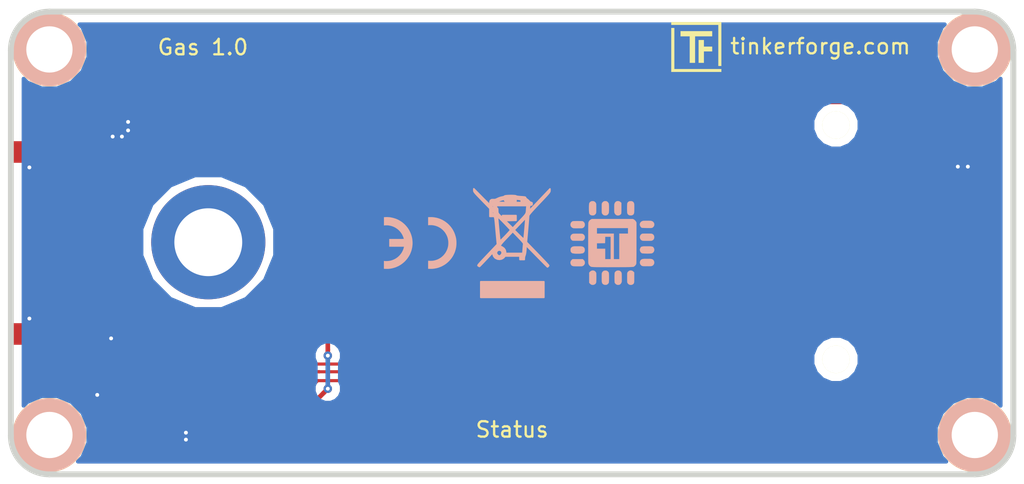
<source format=kicad_pcb>
(kicad_pcb (version 20171130) (host pcbnew 5.0.2-bee76a0~70~ubuntu18.10.1)

  (general
    (thickness 1.6)
    (drawings 15)
    (tracks 145)
    (zones 0)
    (modules 29)
    (nets 41)
  )

  (page A4)
  (layers
    (0 F.Cu signal)
    (31 B.Cu signal)
    (32 B.Adhes user)
    (33 F.Adhes user)
    (34 B.Paste user)
    (35 F.Paste user)
    (36 B.SilkS user)
    (37 F.SilkS user)
    (38 B.Mask user)
    (39 F.Mask user)
    (40 Dwgs.User user)
    (41 Cmts.User user)
    (42 Eco1.User user)
    (43 Eco2.User user)
    (44 Edge.Cuts user)
    (45 Margin user)
    (46 B.CrtYd user)
    (47 F.CrtYd user)
    (48 B.Fab user)
    (49 F.Fab user)
  )

  (setup
    (last_trace_width 0.25)
    (user_trace_width 0.2)
    (user_trace_width 0.3)
    (user_trace_width 0.4)
    (user_trace_width 0.5)
    (user_trace_width 1)
    (trace_clearance 0.149)
    (zone_clearance 0.1)
    (zone_45_only no)
    (trace_min 0.1)
    (segment_width 0.2)
    (edge_width 0.381)
    (via_size 0.8)
    (via_drill 0.4)
    (via_min_size 0.4)
    (via_min_drill 0.25)
    (user_via 0.55 0.25)
    (uvia_size 0.3)
    (uvia_drill 0.1)
    (uvias_allowed no)
    (uvia_min_size 0.2)
    (uvia_min_drill 0.1)
    (pcb_text_width 0.3048)
    (pcb_text_size 1.524 2.032)
    (mod_edge_width 0.01)
    (mod_text_size 1.524 1.524)
    (mod_text_width 0.3048)
    (pad_size 3.5 3.5)
    (pad_drill 0.6)
    (pad_to_mask_clearance 0)
    (solder_mask_min_width 0.25)
    (aux_axis_origin 120 80)
    (grid_origin 120 80)
    (visible_elements FFFFF77F)
    (pcbplotparams
      (layerselection 0x010fc_ffffffff)
      (usegerberextensions true)
      (usegerberattributes false)
      (usegerberadvancedattributes false)
      (creategerberjobfile false)
      (excludeedgelayer true)
      (linewidth 0.100000)
      (plotframeref false)
      (viasonmask false)
      (mode 1)
      (useauxorigin false)
      (hpglpennumber 1)
      (hpglpenspeed 20)
      (hpglpendiameter 15.000000)
      (psnegative false)
      (psa4output false)
      (plotreference true)
      (plotvalue true)
      (plotinvisibletext false)
      (padsonsilk false)
      (subtractmaskfromsilk false)
      (outputformat 1)
      (mirror false)
      (drillshape 0)
      (scaleselection 1)
      (outputdirectory "proto/"))
  )

  (net 0 "")
  (net 1 VCC)
  (net 2 GND)
  (net 3 "Net-(P1-Pad4)")
  (net 4 "Net-(P1-Pad5)")
  (net 5 "Net-(P1-Pad6)")
  (net 6 "Net-(P4-Pad2)")
  (net 7 "Net-(P4-Pad3)")
  (net 8 "Net-(R1-Pad1)")
  (net 9 S-MISO)
  (net 10 S-MOSI)
  (net 11 S-CLK)
  (net 12 S-CS)
  (net 13 GS_TX)
  (net 14 GS_RX)
  (net 15 "Net-(C1-Pad1)")
  (net 16 "Net-(D1-Pad2)")
  (net 17 +5V)
  (net 18 "Net-(P2-Pad1)")
  (net 19 "Net-(P3-Pad2)")
  (net 20 "Net-(P4-Pad7)")
  (net 21 "Net-(P4-Pad5)")
  (net 22 "Net-(P4-Pad4)")
  (net 23 "Net-(P4-Pad1)")
  (net 24 "Net-(RP2-Pad8)")
  (net 25 "Net-(RP2-Pad5)")
  (net 26 "Net-(RP2-Pad4)")
  (net 27 "Net-(RP2-Pad1)")
  (net 28 "Net-(U1-Pad4)")
  (net 29 "Net-(U1-Pad6)")
  (net 30 "Net-(U1-Pad7)")
  (net 31 "Net-(U1-Pad8)")
  (net 32 "Net-(U1-Pad11)")
  (net 33 "Net-(U1-Pad12)")
  (net 34 "Net-(U1-Pad13)")
  (net 35 "Net-(U1-Pad15)")
  (net 36 "Net-(U1-Pad16)")
  (net 37 "Net-(U1-Pad19)")
  (net 38 "Net-(U1-Pad20)")
  (net 39 "Net-(U1-Pad21)")
  (net 40 "Net-(U1-Pad3)")

  (net_class Default "Dies ist die voreingestellte Netzklasse."
    (clearance 0.149)
    (trace_width 0.25)
    (via_dia 0.8)
    (via_drill 0.4)
    (uvia_dia 0.3)
    (uvia_drill 0.1)
    (add_net +5V)
    (add_net GND)
    (add_net GS_RX)
    (add_net GS_TX)
    (add_net "Net-(C1-Pad1)")
    (add_net "Net-(D1-Pad2)")
    (add_net "Net-(P1-Pad4)")
    (add_net "Net-(P1-Pad5)")
    (add_net "Net-(P1-Pad6)")
    (add_net "Net-(P2-Pad1)")
    (add_net "Net-(P3-Pad2)")
    (add_net "Net-(P4-Pad1)")
    (add_net "Net-(P4-Pad2)")
    (add_net "Net-(P4-Pad3)")
    (add_net "Net-(P4-Pad4)")
    (add_net "Net-(P4-Pad5)")
    (add_net "Net-(P4-Pad7)")
    (add_net "Net-(R1-Pad1)")
    (add_net "Net-(RP2-Pad1)")
    (add_net "Net-(RP2-Pad4)")
    (add_net "Net-(RP2-Pad5)")
    (add_net "Net-(RP2-Pad8)")
    (add_net "Net-(U1-Pad11)")
    (add_net "Net-(U1-Pad12)")
    (add_net "Net-(U1-Pad13)")
    (add_net "Net-(U1-Pad15)")
    (add_net "Net-(U1-Pad16)")
    (add_net "Net-(U1-Pad19)")
    (add_net "Net-(U1-Pad20)")
    (add_net "Net-(U1-Pad21)")
    (add_net "Net-(U1-Pad3)")
    (add_net "Net-(U1-Pad4)")
    (add_net "Net-(U1-Pad6)")
    (add_net "Net-(U1-Pad7)")
    (add_net "Net-(U1-Pad8)")
    (add_net S-CLK)
    (add_net S-CS)
    (add_net S-MISO)
    (add_net S-MOSI)
    (add_net VCC)
  )

  (module kicad-libraries:WA-SMSI-M3-SPACER (layer F.Cu) (tedit 5C93431E) (tstamp 5C927628)
    (at 132.8 94.95)
    (fp_text reference REF** (at 0 -2.9) (layer F.Fab)
      (effects (font (size 0.5 0.5) (thickness 0.125)))
    )
    (fp_text value WA-SMSI-M3-SPACER (at 0 2.5) (layer F.Fab)
      (effects (font (size 0.3 0.3) (thickness 0.05)))
    )
    (fp_poly (pts (xy 2.12 0.61) (xy 2.23 0.15) (xy 3.71 0.15) (xy 3.54 1.08)) (layer F.Paste) (width 0))
    (fp_poly (pts (xy -0.665 2.11) (xy -0.15 2.2) (xy -0.15 3.68) (xy -1.19 3.49)) (layer F.Paste) (width 0))
    (fp_poly (pts (xy -2.12 -0.62) (xy -2.2 -0.15) (xy -3.68 -0.15) (xy -3.48 -1.23)) (layer F.Paste) (width 0))
    (fp_poly (pts (xy 0.63 -2.12) (xy 0.15 -2.2) (xy 0.15 -3.68) (xy 1.24 -3.48)) (layer F.Paste) (width 0))
    (fp_arc (start 0 0) (end 2.8 -0.9) (angle -51.9) (layer F.Paste) (width 1.5))
    (fp_arc (start 0 0) (end -0.9 -2.8) (angle -51.9) (layer F.Paste) (width 1.5))
    (fp_arc (start 0 0) (end 0.94 2.8) (angle -53.57730467) (layer F.Paste) (width 1.5))
    (fp_arc (start 0 0) (end -2.8 0.9) (angle -51.9) (layer F.Paste) (width 1.5))
    (fp_poly (pts (xy -1.04 -3.54) (xy -0.15 -3.68) (xy -0.15 -2.2) (xy -0.59 -2.12)) (layer F.Paste) (width 0))
    (fp_poly (pts (xy 1.12 3.53) (xy 0.15 3.68) (xy 0.15 2.2) (xy 0.68 2.1)) (layer F.Paste) (width 0))
    (fp_poly (pts (xy 3.55 -1.03) (xy 3.69 -0.15) (xy 2.21 -0.15) (xy 2.13 -0.58)) (layer F.Paste) (width 0))
    (fp_poly (pts (xy -3.54 1.01) (xy -3.68 0.15) (xy -2.2 0.15) (xy -2.1 0.64)) (layer F.Paste) (width 0))
    (pad "" thru_hole circle (at 0 0) (size 7.4 7.4) (drill 4.4) (layers *.Cu *.Mask))
  )

  (module kicad-libraries:pin_array_8x1_smd (layer F.Cu) (tedit 5C5C03F1) (tstamp 5C5C4F04)
    (at 173.5 94.95 270)
    (path /5C5C7471)
    (fp_text reference P4 (at 0 0.4 270) (layer F.Fab)
      (effects (font (size 0.3 0.3) (thickness 0.075)))
    )
    (fp_text value "Gas Sensor" (at 0 -0.4 270) (layer F.Fab)
      (effects (font (size 0.3 0.3) (thickness 0.075)))
    )
    (fp_line (start -10.6 1.2) (end -10.6 -1.2) (layer F.Fab) (width 0.01))
    (fp_line (start 8.6 -3.9) (end 8.6 -1.2) (layer F.Fab) (width 0.01))
    (fp_line (start 9.2 -3.9) (end 9.2 -1.2) (layer F.Fab) (width 0.01))
    (fp_line (start 9.2 7.1) (end 9.2 1.2) (layer F.Fab) (width 0.01))
    (fp_line (start 8.6 7.1) (end 9.2 7.1) (layer F.Fab) (width 0.01))
    (fp_line (start 8.6 1.2) (end 8.6 7.1) (layer F.Fab) (width 0.01))
    (fp_line (start 1 -3.9) (end 1 -1.2) (layer F.Fab) (width 0.01))
    (fp_line (start 1.6 -3.9) (end 1.6 -1.2) (layer F.Fab) (width 0.01))
    (fp_line (start 1.6 7.1) (end 1.6 1.2) (layer F.Fab) (width 0.01))
    (fp_line (start 1 7.1) (end 1.6 7.1) (layer F.Fab) (width 0.01))
    (fp_line (start 1 1.2) (end 1 7.1) (layer F.Fab) (width 0.01))
    (fp_line (start -1.5 -3.9) (end -1.5 -1.2) (layer F.Fab) (width 0.01))
    (fp_line (start -0.9 -3.9) (end -0.9 -1.2) (layer F.Fab) (width 0.01))
    (fp_line (start -0.9 7.1) (end -0.9 1.2) (layer F.Fab) (width 0.01))
    (fp_line (start -1.5 7.1) (end -0.9 7.1) (layer F.Fab) (width 0.01))
    (fp_line (start -1.5 1.2) (end -1.5 7.1) (layer F.Fab) (width 0.01))
    (fp_line (start -6.6 1.2) (end -6.6 7.1) (layer F.Fab) (width 0.01))
    (fp_line (start -6.6 7.1) (end -6 7.1) (layer F.Fab) (width 0.01))
    (fp_line (start -6 7.1) (end -6 1.2) (layer F.Fab) (width 0.01))
    (fp_line (start -6 -3.9) (end -6 -1.2) (layer F.Fab) (width 0.01))
    (fp_line (start -6.6 -3.9) (end -6.6 -1.2) (layer F.Fab) (width 0.01))
    (fp_line (start -9.2 1.2) (end -9.2 7.1) (layer F.Fab) (width 0.01))
    (fp_line (start -9.2 7.1) (end -8.6 7.1) (layer F.Fab) (width 0.01))
    (fp_line (start -8.6 7.1) (end -8.6 1.2) (layer F.Fab) (width 0.01))
    (fp_line (start -8.6 -3.9) (end -8.6 -1.2) (layer F.Fab) (width 0.01))
    (fp_line (start -9.2 -3.9) (end -9.2 -1.2) (layer F.Fab) (width 0.01))
    (fp_line (start -4.1 -3.9) (end -4.1 -1.2) (layer F.Fab) (width 0.01))
    (fp_line (start -3.5 -3.9) (end -3.5 -1.2) (layer F.Fab) (width 0.01))
    (fp_line (start -3.5 7.1) (end -3.5 1.2) (layer F.Fab) (width 0.01))
    (fp_line (start -4.1 7.1) (end -3.5 7.1) (layer F.Fab) (width 0.01))
    (fp_line (start -4.1 1.2) (end -4.1 7.1) (layer F.Fab) (width 0.01))
    (fp_line (start 6.1 7.1) (end 6.7 7.1) (layer F.Fab) (width 0.01))
    (fp_line (start 6.1 1.2) (end 6.1 7.1) (layer F.Fab) (width 0.01))
    (fp_line (start 6.7 7.1) (end 6.7 1.2) (layer F.Fab) (width 0.01))
    (fp_line (start 3.5 1.2) (end 3.5 7.1) (layer F.Fab) (width 0.01))
    (fp_line (start 3.5 7.1) (end 4.1 7.1) (layer F.Fab) (width 0.01))
    (fp_line (start 4.1 7.1) (end 4.1 1.2) (layer F.Fab) (width 0.01))
    (fp_line (start 6.7 -3.9) (end 6.7 -1.2) (layer F.Fab) (width 0.01))
    (fp_line (start 6.1 -3.9) (end 6.1 -1.2) (layer F.Fab) (width 0.01))
    (fp_line (start 4.1 -3.9) (end 4.1 -1.2) (layer F.Fab) (width 0.01))
    (fp_line (start 3.5 -3.9) (end 3.5 -1.2) (layer F.Fab) (width 0.01))
    (fp_line (start 10.6 -1.2) (end 10.6 1.2) (layer F.Fab) (width 0.01))
    (fp_line (start -10.6 1.2) (end 10.6 1.2) (layer F.Fab) (width 0.01))
    (fp_line (start -10.6 -1.2) (end 10.6 -1.2) (layer F.Fab) (width 0.01))
    (pad "" np_thru_hole circle (at -7.6 0 270) (size 1.78 1.78) (drill 1.78) (layers *.Cu *.Mask F.SilkS))
    (pad 8 smd rect (at -8.87 -5.5 270) (size 1.27 3.2) (layers F.Cu F.Paste F.Mask)
      (net 1 VCC))
    (pad 2 smd rect (at 6.37 -5.5 270) (size 1.27 3.2) (layers F.Cu F.Paste F.Mask)
      (net 6 "Net-(P4-Pad2)"))
    (pad "" np_thru_hole circle (at 7.6 0 270) (size 1.78 1.78) (drill 1.78) (layers *.Cu *.Mask F.SilkS))
    (pad 7 smd rect (at -6.33 -5.5 270) (size 1.27 3.2) (layers F.Cu F.Paste F.Mask)
      (net 20 "Net-(P4-Pad7)"))
    (pad 6 smd rect (at -3.79 -5.5 270) (size 1.27 3.2) (layers F.Cu F.Paste F.Mask)
      (net 2 GND))
    (pad 5 smd rect (at -1.25 -5.5 270) (size 1.27 3.2) (layers F.Cu F.Paste F.Mask)
      (net 21 "Net-(P4-Pad5)"))
    (pad 4 smd rect (at 1.29 -5.5 270) (size 1.27 3.2) (layers F.Cu F.Paste F.Mask)
      (net 22 "Net-(P4-Pad4)"))
    (pad 3 smd rect (at 3.83 -5.5 270) (size 1.27 3.2) (layers F.Cu F.Paste F.Mask)
      (net 7 "Net-(P4-Pad3)"))
    (pad 1 smd rect (at 8.91 -5.5 270) (size 1.27 3.2) (layers F.Cu F.Paste F.Mask)
      (net 23 "Net-(P4-Pad1)"))
  )

  (module kicad-libraries:C0603F (layer F.Cu) (tedit 58F5DD02) (tstamp 5C5C4FB5)
    (at 126.9 86.65 90)
    (path /54F77AA5)
    (attr smd)
    (fp_text reference C3 (at 0.05 0.225 90) (layer F.Fab)
      (effects (font (size 0.2 0.2) (thickness 0.05)))
    )
    (fp_text value 1uF (at 0.05 -0.375 90) (layer F.Fab)
      (effects (font (size 0.2 0.2) (thickness 0.05)))
    )
    (fp_line (start -1.45034 -0.65024) (end 1.45034 -0.65024) (layer F.Fab) (width 0.001))
    (fp_line (start 1.45034 -0.65024) (end 1.45034 0.65024) (layer F.Fab) (width 0.001))
    (fp_line (start 1.45034 0.65024) (end -1.45034 0.65024) (layer F.Fab) (width 0.001))
    (fp_line (start -1.45034 0.65024) (end -1.45034 -0.65024) (layer F.Fab) (width 0.001))
    (pad 1 smd rect (at -0.75 0 90) (size 0.9 0.9) (layers F.Cu F.Paste F.Mask)
      (net 2 GND))
    (pad 2 smd rect (at 0.75 0 90) (size 0.9 0.9) (layers F.Cu F.Paste F.Mask)
      (net 1 VCC))
    (model Capacitors_SMD/C_0603.wrl
      (at (xyz 0 0 0))
      (scale (xyz 1 1 1))
      (rotate (xyz 0 0 0))
    )
  )

  (module kicad-libraries:C0603F (layer F.Cu) (tedit 58F5DD02) (tstamp 5C5C5351)
    (at 132.8 107.55 180)
    (path /5820F9DC)
    (attr smd)
    (fp_text reference C4 (at 0.05 0.225 180) (layer F.Fab)
      (effects (font (size 0.2 0.2) (thickness 0.05)))
    )
    (fp_text value 100nF (at 0.05 -0.375 180) (layer F.Fab)
      (effects (font (size 0.2 0.2) (thickness 0.05)))
    )
    (fp_line (start -1.45034 -0.65024) (end 1.45034 -0.65024) (layer F.Fab) (width 0.001))
    (fp_line (start 1.45034 -0.65024) (end 1.45034 0.65024) (layer F.Fab) (width 0.001))
    (fp_line (start 1.45034 0.65024) (end -1.45034 0.65024) (layer F.Fab) (width 0.001))
    (fp_line (start -1.45034 0.65024) (end -1.45034 -0.65024) (layer F.Fab) (width 0.001))
    (pad 1 smd rect (at -0.75 0 180) (size 0.9 0.9) (layers F.Cu F.Paste F.Mask)
      (net 1 VCC))
    (pad 2 smd rect (at 0.75 0 180) (size 0.9 0.9) (layers F.Cu F.Paste F.Mask)
      (net 2 GND))
    (model Capacitors_SMD/C_0603.wrl
      (at (xyz 0 0 0))
      (scale (xyz 1 1 1))
      (rotate (xyz 0 0 0))
    )
  )

  (module kicad-libraries:C0603F (layer F.Cu) (tedit 58F5DD02) (tstamp 5C5C53A5)
    (at 183.25 88.4 270)
    (path /5A55BE54)
    (attr smd)
    (fp_text reference C6 (at 0.05 0.225 270) (layer F.Fab)
      (effects (font (size 0.2 0.2) (thickness 0.05)))
    )
    (fp_text value 100n (at 0.05 -0.375 270) (layer F.Fab)
      (effects (font (size 0.2 0.2) (thickness 0.05)))
    )
    (fp_line (start -1.45034 0.65024) (end -1.45034 -0.65024) (layer F.Fab) (width 0.001))
    (fp_line (start 1.45034 0.65024) (end -1.45034 0.65024) (layer F.Fab) (width 0.001))
    (fp_line (start 1.45034 -0.65024) (end 1.45034 0.65024) (layer F.Fab) (width 0.001))
    (fp_line (start -1.45034 -0.65024) (end 1.45034 -0.65024) (layer F.Fab) (width 0.001))
    (pad 2 smd rect (at 0.75 0 270) (size 0.9 0.9) (layers F.Cu F.Paste F.Mask)
      (net 2 GND))
    (pad 1 smd rect (at -0.75 0 270) (size 0.9 0.9) (layers F.Cu F.Paste F.Mask)
      (net 1 VCC))
    (model Capacitors_SMD/C_0603.wrl
      (at (xyz 0 0 0))
      (scale (xyz 1 1 1))
      (rotate (xyz 0 0 0))
    )
  )

  (module kicad-libraries:CON-SENSOR2 (layer F.Cu) (tedit 59030BED) (tstamp 5C5C5018)
    (at 120 95 270)
    (path /4C5FCF27)
    (fp_text reference P1 (at 0 -2.85 270) (layer F.Fab)
      (effects (font (size 0.3 0.3) (thickness 0.075)))
    )
    (fp_text value CON-SENSOR2 (at 0 -1.6002 270) (layer F.Fab)
      (effects (font (size 0.29972 0.29972) (thickness 0.07112)))
    )
    (fp_line (start -5 -0.25) (end -4.75 -0.75) (layer F.Fab) (width 0.05))
    (fp_line (start -4.75 -0.75) (end -4.5 -0.25) (layer F.Fab) (width 0.05))
    (fp_line (start -6 -0.25) (end 6 -0.25) (layer F.Fab) (width 0.05))
    (fp_line (start 6 -0.25) (end 6 -4.3) (layer F.Fab) (width 0.05))
    (fp_line (start 6 -4.3) (end -6 -4.3) (layer F.Fab) (width 0.05))
    (fp_line (start -6 -4.3) (end -6 -0.25) (layer F.Fab) (width 0.05))
    (pad 1 smd rect (at -3.75 -4.6 270) (size 0.6 1.8) (layers F.Cu F.Paste F.Mask)
      (net 17 +5V))
    (pad 2 smd rect (at -2.5 -4.6 270) (size 0.6 1.8) (layers F.Cu F.Paste F.Mask)
      (net 2 GND))
    (pad EP smd rect (at -5.9 -1.2 270) (size 1.4 2.4) (layers F.Cu F.Paste F.Mask)
      (net 2 GND))
    (pad EP smd rect (at 5.9 -1.2 270) (size 1.4 2.4) (layers F.Cu F.Paste F.Mask)
      (net 2 GND))
    (pad 3 smd rect (at -1.25 -4.6 270) (size 0.6 1.8) (layers F.Cu F.Paste F.Mask)
      (net 1 VCC))
    (pad 4 smd rect (at 0 -4.6 270) (size 0.6 1.8) (layers F.Cu F.Paste F.Mask)
      (net 3 "Net-(P1-Pad4)"))
    (pad 5 smd rect (at 1.25 -4.6 270) (size 0.6 1.8) (layers F.Cu F.Paste F.Mask)
      (net 4 "Net-(P1-Pad5)"))
    (pad 6 smd rect (at 2.5 -4.6 270) (size 0.6 1.8) (layers F.Cu F.Paste F.Mask)
      (net 5 "Net-(P1-Pad6)"))
    (pad 7 smd rect (at 3.75 -4.6 270) (size 0.6 1.8) (layers F.Cu F.Paste F.Mask)
      (net 15 "Net-(C1-Pad1)"))
    (model Connectors_TF/BrickletConn_7pin.wrl
      (offset (xyz 0 2.539999961853027 0))
      (scale (xyz 1 1 1))
      (rotate (xyz 0 0 0))
    )
  )

  (module kicad-libraries:R0603F (layer F.Cu) (tedit 58F5DD02) (tstamp 5C5C5126)
    (at 155.6 108.5 180)
    (path /5A5569E2)
    (attr smd)
    (fp_text reference R1 (at 0.05 0.225) (layer F.Fab)
      (effects (font (size 0.2 0.2) (thickness 0.05)))
    )
    (fp_text value 1k (at 0.05 -0.375 180) (layer F.Fab)
      (effects (font (size 0.2 0.2) (thickness 0.05)))
    )
    (fp_line (start -1.45034 -0.65024) (end 1.45034 -0.65024) (layer F.Fab) (width 0.001))
    (fp_line (start 1.45034 -0.65024) (end 1.45034 0.65024) (layer F.Fab) (width 0.001))
    (fp_line (start 1.45034 0.65024) (end -1.45034 0.65024) (layer F.Fab) (width 0.001))
    (fp_line (start -1.45034 0.65024) (end -1.45034 -0.65024) (layer F.Fab) (width 0.001))
    (pad 1 smd rect (at -0.75 0 180) (size 0.9 0.9) (layers F.Cu F.Paste F.Mask)
      (net 8 "Net-(R1-Pad1)"))
    (pad 2 smd rect (at 0.75 0 180) (size 0.9 0.9) (layers F.Cu F.Paste F.Mask)
      (net 16 "Net-(D1-Pad2)"))
    (model Resistors_SMD/R_0603.wrl
      (at (xyz 0 0 0))
      (scale (xyz 1 1 1))
      (rotate (xyz 0 0 0))
    )
  )

  (module kicad-libraries:4X0402 (layer F.Cu) (tedit 590B1710) (tstamp 5C5C52D9)
    (at 128.1 100.1 180)
    (path /5A54E7D7)
    (attr smd)
    (fp_text reference RP1 (at -0.025 0.25 180) (layer F.Fab)
      (effects (font (size 0.2 0.2) (thickness 0.05)))
    )
    (fp_text value 82 (at -0.025 -0.45 180) (layer F.Fab)
      (effects (font (size 0.2 0.2) (thickness 0.05)))
    )
    (fp_line (start -1.04902 -0.89916) (end 1.04902 -0.89916) (layer F.Fab) (width 0.001))
    (fp_line (start 1.04902 -0.89916) (end 1.04902 0.89916) (layer F.Fab) (width 0.001))
    (fp_line (start -1.04902 0.89916) (end 1.04902 0.89916) (layer F.Fab) (width 0.001))
    (fp_line (start -1.04902 -0.89916) (end -1.04902 0.89916) (layer F.Fab) (width 0.001))
    (pad 1 smd rect (at -0.7493 0.575) (size 0.29972 0.65) (layers F.Cu F.Paste F.Mask)
      (net 3 "Net-(P1-Pad4)"))
    (pad 2 smd rect (at -0.24892 0.575) (size 0.29972 0.65) (layers F.Cu F.Paste F.Mask)
      (net 4 "Net-(P1-Pad5)"))
    (pad 3 smd rect (at 0.24892 0.575) (size 0.29972 0.65) (layers F.Cu F.Paste F.Mask)
      (net 5 "Net-(P1-Pad6)"))
    (pad 4 smd rect (at 0.7493 0.575) (size 0.29972 0.65) (layers F.Cu F.Paste F.Mask)
      (net 15 "Net-(C1-Pad1)"))
    (pad 5 smd rect (at 0.7493 -0.575 180) (size 0.29972 0.65) (layers F.Cu F.Paste F.Mask)
      (net 9 S-MISO))
    (pad 6 smd rect (at 0.24892 -0.575 180) (size 0.29972 0.65) (layers F.Cu F.Paste F.Mask)
      (net 10 S-MOSI))
    (pad 7 smd rect (at -0.24892 -0.575 180) (size 0.29972 0.65) (layers F.Cu F.Paste F.Mask)
      (net 11 S-CLK))
    (pad 8 smd rect (at -0.7493 -0.575 180) (size 0.29972 0.65) (layers F.Cu F.Paste F.Mask)
      (net 12 S-CS))
    (model Resistors_SMD/R_4x0402.wrl
      (at (xyz 0 0 0))
      (scale (xyz 1 1 1))
      (rotate (xyz 0 0 90))
    )
  )

  (module kicad-libraries:4X0402 (layer F.Cu) (tedit 590B1710) (tstamp 5C5C4E77)
    (at 137.15 103.1 270)
    (path /5A54B09B)
    (attr smd)
    (fp_text reference RP2 (at 0 0.3 270) (layer F.Fab)
      (effects (font (size 0.2 0.2) (thickness 0.05)))
    )
    (fp_text value 100 (at -0.025 -0.45 270) (layer F.Fab)
      (effects (font (size 0.2 0.2) (thickness 0.05)))
    )
    (fp_line (start -1.04902 -0.89916) (end -1.04902 0.89916) (layer F.Fab) (width 0.001))
    (fp_line (start -1.04902 0.89916) (end 1.04902 0.89916) (layer F.Fab) (width 0.001))
    (fp_line (start 1.04902 -0.89916) (end 1.04902 0.89916) (layer F.Fab) (width 0.001))
    (fp_line (start -1.04902 -0.89916) (end 1.04902 -0.89916) (layer F.Fab) (width 0.001))
    (pad 8 smd rect (at -0.7493 -0.575 270) (size 0.29972 0.65) (layers F.Cu F.Paste F.Mask)
      (net 24 "Net-(RP2-Pad8)"))
    (pad 7 smd rect (at -0.24892 -0.575 270) (size 0.29972 0.65) (layers F.Cu F.Paste F.Mask)
      (net 7 "Net-(P4-Pad3)"))
    (pad 6 smd rect (at 0.24892 -0.575 270) (size 0.29972 0.65) (layers F.Cu F.Paste F.Mask)
      (net 6 "Net-(P4-Pad2)"))
    (pad 5 smd rect (at 0.7493 -0.575 270) (size 0.29972 0.65) (layers F.Cu F.Paste F.Mask)
      (net 25 "Net-(RP2-Pad5)"))
    (pad 4 smd rect (at 0.7493 0.575 90) (size 0.29972 0.65) (layers F.Cu F.Paste F.Mask)
      (net 26 "Net-(RP2-Pad4)"))
    (pad 3 smd rect (at 0.24892 0.575 90) (size 0.29972 0.65) (layers F.Cu F.Paste F.Mask)
      (net 13 GS_TX))
    (pad 2 smd rect (at -0.24892 0.575 90) (size 0.29972 0.65) (layers F.Cu F.Paste F.Mask)
      (net 14 GS_RX))
    (pad 1 smd rect (at -0.7493 0.575 90) (size 0.29972 0.65) (layers F.Cu F.Paste F.Mask)
      (net 27 "Net-(RP2-Pad1)"))
    (model Resistors_SMD/R_4x0402.wrl
      (at (xyz 0 0 0))
      (scale (xyz 1 1 1))
      (rotate (xyz 0 0 90))
    )
  )

  (module kicad-libraries:DRILL_NP (layer F.Cu) (tedit 530C7871) (tstamp 5C5C5103)
    (at 122.5 82.45)
    (path /4C6050A5)
    (fp_text reference U2 (at 0 0) (layer F.SilkS) hide
      (effects (font (size 0.29972 0.29972) (thickness 0.0762)))
    )
    (fp_text value DRILL (at 0 0.50038) (layer F.SilkS) hide
      (effects (font (size 0.29972 0.29972) (thickness 0.0762)))
    )
    (fp_circle (center 0 0) (end 3.2 0) (layer Eco2.User) (width 0.01))
    (fp_circle (center 0 0) (end 2.19964 -0.20066) (layer F.SilkS) (width 0.381))
    (fp_circle (center 0 0) (end 1.99898 -0.20066) (layer F.SilkS) (width 0.381))
    (fp_circle (center 0 0) (end 1.69926 0) (layer F.SilkS) (width 0.381))
    (fp_circle (center 0 0) (end 1.39954 -0.09906) (layer B.SilkS) (width 0.381))
    (fp_circle (center 0 0) (end 1.39954 0) (layer F.SilkS) (width 0.381))
    (fp_circle (center 0 0) (end 1.69926 0) (layer B.SilkS) (width 0.381))
    (fp_circle (center 0 0) (end 1.89992 0) (layer B.SilkS) (width 0.381))
    (fp_circle (center 0 0) (end 2.19964 0) (layer B.SilkS) (width 0.381))
    (pad "" np_thru_hole circle (at 0 0) (size 2.99974 2.99974) (drill 2.99974) (layers *.Cu *.Mask F.SilkS)
      (clearance 0.89916))
  )

  (module kicad-libraries:DRILL_NP (layer F.Cu) (tedit 530C7871) (tstamp 5C5C521D)
    (at 122.5 107.45)
    (path /4C6050A2)
    (fp_text reference U3 (at 0 0) (layer F.SilkS) hide
      (effects (font (size 0.29972 0.29972) (thickness 0.0762)))
    )
    (fp_text value DRILL (at 0 0.50038) (layer F.SilkS) hide
      (effects (font (size 0.29972 0.29972) (thickness 0.0762)))
    )
    (fp_circle (center 0 0) (end 2.19964 0) (layer B.SilkS) (width 0.381))
    (fp_circle (center 0 0) (end 1.89992 0) (layer B.SilkS) (width 0.381))
    (fp_circle (center 0 0) (end 1.69926 0) (layer B.SilkS) (width 0.381))
    (fp_circle (center 0 0) (end 1.39954 0) (layer F.SilkS) (width 0.381))
    (fp_circle (center 0 0) (end 1.39954 -0.09906) (layer B.SilkS) (width 0.381))
    (fp_circle (center 0 0) (end 1.69926 0) (layer F.SilkS) (width 0.381))
    (fp_circle (center 0 0) (end 1.99898 -0.20066) (layer F.SilkS) (width 0.381))
    (fp_circle (center 0 0) (end 2.19964 -0.20066) (layer F.SilkS) (width 0.381))
    (fp_circle (center 0 0) (end 3.2 0) (layer Eco2.User) (width 0.01))
    (pad "" np_thru_hole circle (at 0 0) (size 2.99974 2.99974) (drill 2.99974) (layers *.Cu *.Mask F.SilkS)
      (clearance 0.89916))
  )

  (module kicad-libraries:DRILL_NP (layer F.Cu) (tedit 530C7871) (tstamp 5C5C50A3)
    (at 182.5 107.45)
    (path /4C605099)
    (fp_text reference U4 (at 0 0) (layer F.SilkS) hide
      (effects (font (size 0.29972 0.29972) (thickness 0.0762)))
    )
    (fp_text value DRILL (at 0 0.50038) (layer F.SilkS) hide
      (effects (font (size 0.29972 0.29972) (thickness 0.0762)))
    )
    (fp_circle (center 0 0) (end 3.2 0) (layer Eco2.User) (width 0.01))
    (fp_circle (center 0 0) (end 2.19964 -0.20066) (layer F.SilkS) (width 0.381))
    (fp_circle (center 0 0) (end 1.99898 -0.20066) (layer F.SilkS) (width 0.381))
    (fp_circle (center 0 0) (end 1.69926 0) (layer F.SilkS) (width 0.381))
    (fp_circle (center 0 0) (end 1.39954 -0.09906) (layer B.SilkS) (width 0.381))
    (fp_circle (center 0 0) (end 1.39954 0) (layer F.SilkS) (width 0.381))
    (fp_circle (center 0 0) (end 1.69926 0) (layer B.SilkS) (width 0.381))
    (fp_circle (center 0 0) (end 1.89992 0) (layer B.SilkS) (width 0.381))
    (fp_circle (center 0 0) (end 2.19964 0) (layer B.SilkS) (width 0.381))
    (pad "" np_thru_hole circle (at 0 0) (size 2.99974 2.99974) (drill 2.99974) (layers *.Cu *.Mask F.SilkS)
      (clearance 0.89916))
  )

  (module kicad-libraries:DRILL_NP (layer F.Cu) (tedit 530C7871) (tstamp 5C5C4FDA)
    (at 182.5 82.45)
    (path /4C60509F)
    (fp_text reference U5 (at 0 0) (layer F.SilkS) hide
      (effects (font (size 0.29972 0.29972) (thickness 0.0762)))
    )
    (fp_text value DRILL (at 0 0.50038) (layer F.SilkS) hide
      (effects (font (size 0.29972 0.29972) (thickness 0.0762)))
    )
    (fp_circle (center 0 0) (end 2.19964 0) (layer B.SilkS) (width 0.381))
    (fp_circle (center 0 0) (end 1.89992 0) (layer B.SilkS) (width 0.381))
    (fp_circle (center 0 0) (end 1.69926 0) (layer B.SilkS) (width 0.381))
    (fp_circle (center 0 0) (end 1.39954 0) (layer F.SilkS) (width 0.381))
    (fp_circle (center 0 0) (end 1.39954 -0.09906) (layer B.SilkS) (width 0.381))
    (fp_circle (center 0 0) (end 1.69926 0) (layer F.SilkS) (width 0.381))
    (fp_circle (center 0 0) (end 1.99898 -0.20066) (layer F.SilkS) (width 0.381))
    (fp_circle (center 0 0) (end 2.19964 -0.20066) (layer F.SilkS) (width 0.381))
    (fp_circle (center 0 0) (end 3.2 0) (layer Eco2.User) (width 0.01))
    (pad "" np_thru_hole circle (at 0 0) (size 2.99974 2.99974) (drill 2.99974) (layers *.Cu *.Mask F.SilkS)
      (clearance 0.89916))
  )

  (module kicad-libraries:C0402F (layer F.Cu) (tedit 5A0C5AF6) (tstamp 5C9237C3)
    (at 126.498959 100.085965 270)
    (path /5A54FAC2)
    (fp_text reference C1 (at 0.1 0.15 270) (layer F.Fab)
      (effects (font (size 0.2 0.2) (thickness 0.05)))
    )
    (fp_text value 220pF (at 0 -0.15 270) (layer F.Fab)
      (effects (font (size 0.2 0.2) (thickness 0.05)))
    )
    (fp_line (start -0.9 -0.45) (end 0.9 -0.45) (layer F.Fab) (width 0.025))
    (fp_line (start 0.9 -0.45) (end 0.9 0.45) (layer F.Fab) (width 0.025))
    (fp_line (start 0.9 0.45) (end -0.9 0.45) (layer F.Fab) (width 0.025))
    (fp_line (start -0.9 0.45) (end -0.9 -0.45) (layer F.Fab) (width 0.025))
    (pad 2 smd rect (at 0.5 0 270) (size 0.6 0.7) (layers F.Cu F.Paste F.Mask)
      (net 2 GND))
    (pad 1 smd rect (at -0.5 0 270) (size 0.6 0.7) (layers F.Cu F.Paste F.Mask)
      (net 15 "Net-(C1-Pad1)"))
    (model Capacitors_SMD/C_0402.wrl
      (at (xyz 0 0 0))
      (scale (xyz 1 1 1))
      (rotate (xyz 0 0 0))
    )
  )

  (module kicad-libraries:C0805 (layer F.Cu) (tedit 58F5DFFC) (tstamp 5C9237CC)
    (at 125.35 86.7 90)
    (path /54F76B96)
    (attr smd)
    (fp_text reference C2 (at 0 0.3 90) (layer F.Fab)
      (effects (font (size 0.2 0.2) (thickness 0.05)))
    )
    (fp_text value 10uF (at 0 -0.2 90) (layer F.Fab)
      (effects (font (size 0.2 0.2) (thickness 0.05)))
    )
    (fp_line (start -1.651 -0.8001) (end -1.651 0.8001) (layer F.Fab) (width 0.001))
    (fp_line (start -1.651 0.8001) (end 1.651 0.8001) (layer F.Fab) (width 0.001))
    (fp_line (start 1.651 0.8001) (end 1.651 -0.8001) (layer F.Fab) (width 0.001))
    (fp_line (start 1.651 -0.8001) (end -1.651 -0.8001) (layer F.Fab) (width 0.001))
    (pad 1 smd rect (at -1.00076 0 90) (size 1.00076 1.24968) (layers F.Cu F.Paste F.Mask)
      (net 2 GND) (clearance 0.14986))
    (pad 2 smd rect (at 1.00076 0 90) (size 1.00076 1.24968) (layers F.Cu F.Paste F.Mask)
      (net 1 VCC) (clearance 0.14986))
    (model Capacitors_SMD/C_0805.wrl
      (at (xyz 0 0 0))
      (scale (xyz 1 1 1))
      (rotate (xyz 0 0 0))
    )
  )

  (module kicad-libraries:C0805 (layer F.Cu) (tedit 58F5DFFC) (tstamp 5C9237D5)
    (at 181.75 88.35 90)
    (path /5A54D810)
    (attr smd)
    (fp_text reference C5 (at 0 0.3 90) (layer F.Fab)
      (effects (font (size 0.2 0.2) (thickness 0.05)))
    )
    (fp_text value 10uF (at 0 -0.2 90) (layer F.Fab)
      (effects (font (size 0.2 0.2) (thickness 0.05)))
    )
    (fp_line (start 1.651 -0.8001) (end -1.651 -0.8001) (layer F.Fab) (width 0.001))
    (fp_line (start 1.651 0.8001) (end 1.651 -0.8001) (layer F.Fab) (width 0.001))
    (fp_line (start -1.651 0.8001) (end 1.651 0.8001) (layer F.Fab) (width 0.001))
    (fp_line (start -1.651 -0.8001) (end -1.651 0.8001) (layer F.Fab) (width 0.001))
    (pad 2 smd rect (at 1.00076 0 90) (size 1.00076 1.24968) (layers F.Cu F.Paste F.Mask)
      (net 1 VCC) (clearance 0.14986))
    (pad 1 smd rect (at -1.00076 0 90) (size 1.00076 1.24968) (layers F.Cu F.Paste F.Mask)
      (net 2 GND) (clearance 0.14986))
    (model Capacitors_SMD/C_0805.wrl
      (at (xyz 0 0 0))
      (scale (xyz 1 1 1))
      (rotate (xyz 0 0 0))
    )
  )

  (module kicad-libraries:D0603E (layer F.Cu) (tedit 58F76B43) (tstamp 5C9237ED)
    (at 152.5 108.5)
    (path /5823347E)
    (attr smd)
    (fp_text reference D1 (at 0.85 0.45) (layer F.Fab)
      (effects (font (size 0.2 0.2) (thickness 0.05)))
    )
    (fp_text value blue (at 0.85 -0.5) (layer F.Fab)
      (effects (font (size 0.2 0.2) (thickness 0.05)))
    )
    (fp_line (start 0.2 -0.4) (end 0.2 0.4) (layer F.Fab) (width 0.05))
    (fp_line (start 0.2 0) (end -0.2 -0.4) (layer F.Fab) (width 0.05))
    (fp_line (start -0.2 -0.4) (end -0.2 0.4) (layer F.Fab) (width 0.05))
    (fp_line (start -0.2 0.4) (end 0.2 0) (layer F.Fab) (width 0.05))
    (fp_line (start -0.889 -0.254) (end -0.889 0.254) (layer F.Fab) (width 0.05))
    (fp_line (start -1.143 0) (end -0.635 0) (layer F.Fab) (width 0.05))
    (fp_line (start -1.45034 -0.65024) (end 1.45034 -0.65024) (layer F.Fab) (width 0.001))
    (fp_line (start 1.45034 -0.65024) (end 1.45034 0.65024) (layer F.Fab) (width 0.001))
    (fp_line (start 1.45034 0.65024) (end -1.45034 0.65024) (layer F.Fab) (width 0.001))
    (fp_line (start -1.45034 0.65024) (end -1.45034 -0.65024) (layer F.Fab) (width 0.001))
    (pad 1 smd rect (at -0.8501 0) (size 1.1 1) (layers F.Cu F.Paste F.Mask)
      (net 1 VCC))
    (pad 2 smd rect (at 0.8501 0) (size 1.1 1) (layers F.Cu F.Paste F.Mask)
      (net 16 "Net-(D1-Pad2)"))
    (model LED_SMD/D_0603_blue.wrl
      (at (xyz 0 0 0))
      (scale (xyz 1 1 1))
      (rotate (xyz 90 180 0))
    )
  )

  (module kicad-libraries:DEBUG_PAD (layer F.Cu) (tedit 590B3FBE) (tstamp 5C9237EE)
    (at 126.5 103.35 270)
    (path /5A5511B7)
    (fp_text reference P2 (at 0 0.175 270) (layer F.Fab)
      (effects (font (size 0.15 0.15) (thickness 0.0375)))
    )
    (fp_text value DEBUG (at 0 -0.15 270) (layer F.Fab)
      (effects (font (size 0.15 0.15) (thickness 0.0375)))
    )
    (pad 1 smd circle (at 0 0 270) (size 0.7 0.7) (layers F.Cu F.Paste F.Mask)
      (net 18 "Net-(P2-Pad1)"))
  )

  (module kicad-libraries:SolderJumper (layer F.Cu) (tedit 590B2DE4) (tstamp 5C9237F2)
    (at 126.5 104.85)
    (path /58233528)
    (fp_text reference P3 (at 0 0.35) (layer F.Fab)
      (effects (font (size 0.3 0.3) (thickness 0.0712)))
    )
    (fp_text value BOOT (at 0 -0.35) (layer F.Fab)
      (effects (font (size 0.3 0.3) (thickness 0.0712)))
    )
    (pad 2 smd rect (at 0.55 0) (size 0.3 1.4) (layers F.Cu F.Mask)
      (net 19 "Net-(P3-Pad2)"))
    (pad 2 smd rect (at 0.15 0) (size 0.6 0.5) (layers F.Cu F.Mask)
      (net 19 "Net-(P3-Pad2)"))
    (pad 1 smd rect (at -0.5 0) (size 0.4 1.4) (layers F.Cu F.Mask)
      (net 2 GND))
    (pad 1 smd rect (at -0.225 0.55) (size 0.95 0.3) (layers F.Cu F.Mask)
      (net 2 GND))
    (pad 1 smd rect (at -0.225 -0.55) (size 0.95 0.3) (layers F.Cu F.Mask)
      (net 2 GND))
  )

  (module kicad-libraries:QFN24-4x4mm-0.5mm (layer F.Cu) (tedit 590CA070) (tstamp 5C9237FA)
    (at 132.8 104.1)
    (tags "QFN 24pin 0.5")
    (path /5C9224DC)
    (attr smd)
    (fp_text reference U1 (at 0 -0.4) (layer F.Fab)
      (effects (font (size 0.3 0.3) (thickness 0.075)))
    )
    (fp_text value XMC1300 (at 0 0.8) (layer F.Fab)
      (effects (font (size 0.3 0.3) (thickness 0.075)))
    )
    (fp_line (start -1 -2) (end 2 -2) (layer F.Fab) (width 0.15))
    (fp_line (start 2 -2) (end 2 2) (layer F.Fab) (width 0.15))
    (fp_line (start 2 2) (end -2 2) (layer F.Fab) (width 0.15))
    (fp_line (start -2 2) (end -2 -1) (layer F.Fab) (width 0.15))
    (fp_line (start -2 -1) (end -1 -2) (layer F.Fab) (width 0.15))
    (pad 1 smd oval (at -2.025 -1.25) (size 1 0.3) (layers F.Cu F.Paste F.Mask)
      (net 9 S-MISO))
    (pad 2 smd oval (at -2.025 -0.75) (size 1 0.3) (layers F.Cu F.Paste F.Mask)
      (net 18 "Net-(P2-Pad1)"))
    (pad 3 smd oval (at -2.025 -0.25) (size 1 0.3) (layers F.Cu F.Paste F.Mask)
      (net 40 "Net-(U1-Pad3)"))
    (pad 4 smd oval (at -2.025 0.25) (size 1 0.3) (layers F.Cu F.Paste F.Mask)
      (net 28 "Net-(U1-Pad4)"))
    (pad 5 smd oval (at -2.025 0.75) (size 1 0.3) (layers F.Cu F.Paste F.Mask)
      (net 19 "Net-(P3-Pad2)"))
    (pad 6 smd oval (at -2.025 1.25) (size 1 0.3) (layers F.Cu F.Paste F.Mask)
      (net 29 "Net-(U1-Pad6)"))
    (pad 7 smd oval (at -1.25 2.025 90) (size 1 0.3) (layers F.Cu F.Paste F.Mask)
      (net 30 "Net-(U1-Pad7)"))
    (pad 8 smd oval (at -0.75 2.025 90) (size 1 0.3) (layers F.Cu F.Paste F.Mask)
      (net 31 "Net-(U1-Pad8)"))
    (pad 9 smd oval (at -0.25 2.025 90) (size 1 0.3) (layers F.Cu F.Paste F.Mask)
      (net 2 GND))
    (pad 10 smd oval (at 0.25 2.025 90) (size 1 0.3) (layers F.Cu F.Paste F.Mask)
      (net 1 VCC))
    (pad 11 smd oval (at 0.75 2.025 90) (size 1 0.3) (layers F.Cu F.Paste F.Mask)
      (net 32 "Net-(U1-Pad11)"))
    (pad 12 smd oval (at 1.25 2.025 90) (size 1 0.3) (layers F.Cu F.Paste F.Mask)
      (net 33 "Net-(U1-Pad12)"))
    (pad 13 smd oval (at 2.025 1.25) (size 1 0.3) (layers F.Cu F.Paste F.Mask)
      (net 34 "Net-(U1-Pad13)"))
    (pad 14 smd oval (at 2.025 0.75) (size 1 0.3) (layers F.Cu F.Paste F.Mask)
      (net 8 "Net-(R1-Pad1)"))
    (pad 15 smd oval (at 2.025 0.25) (size 1 0.3) (layers F.Cu F.Paste F.Mask)
      (net 35 "Net-(U1-Pad15)"))
    (pad 16 smd oval (at 2.025 -0.25) (size 1 0.3) (layers F.Cu F.Paste F.Mask)
      (net 36 "Net-(U1-Pad16)"))
    (pad 17 smd oval (at 2.025 -0.75) (size 1 0.3) (layers F.Cu F.Paste F.Mask)
      (net 13 GS_TX))
    (pad 18 smd oval (at 2.025 -1.25) (size 1 0.3) (layers F.Cu F.Paste F.Mask)
      (net 14 GS_RX))
    (pad 19 smd oval (at 1.25 -2.025 90) (size 1 0.3) (layers F.Cu F.Paste F.Mask)
      (net 37 "Net-(U1-Pad19)"))
    (pad 20 smd oval (at 0.75 -2.025 90) (size 1 0.3) (layers F.Cu F.Paste F.Mask)
      (net 38 "Net-(U1-Pad20)"))
    (pad 21 smd oval (at 0.25 -2.025 90) (size 1 0.3) (layers F.Cu F.Paste F.Mask)
      (net 39 "Net-(U1-Pad21)"))
    (pad 22 smd oval (at -0.25 -2.025 90) (size 1 0.3) (layers F.Cu F.Paste F.Mask)
      (net 12 S-CS))
    (pad 23 smd oval (at -0.75 -2.025 90) (size 1 0.3) (layers F.Cu F.Paste F.Mask)
      (net 11 S-CLK))
    (pad 24 smd oval (at -1.25 -2.025 90) (size 1 0.3) (layers F.Cu F.Paste F.Mask)
      (net 10 S-MOSI))
    (pad EXP smd rect (at 0.65 0.65) (size 1.3 1.3) (layers F.Cu F.Paste F.Mask)
      (net 2 GND) (solder_paste_margin_ratio -0.2))
    (pad EXP smd rect (at 0.65 -0.65) (size 1.3 1.3) (layers F.Cu F.Paste F.Mask)
      (net 2 GND) (solder_paste_margin_ratio -0.2))
    (pad EXP smd rect (at -0.65 0.65) (size 1.3 1.3) (layers F.Cu F.Paste F.Mask)
      (net 2 GND) (solder_paste_margin_ratio -0.2))
    (pad EXP smd rect (at -0.65 -0.65) (size 1.3 1.3) (layers F.Cu F.Paste F.Mask)
      (net 2 GND) (solder_paste_margin_ratio -0.2))
    (model Housings_DFN_QFN/QFN-24_4x4mm_Pitch0.5mm.wrl
      (at (xyz 0 0 0))
      (scale (xyz 1 1 1))
      (rotate (xyz 90 180 180))
    )
  )

  (module kicad-libraries:Logo_31x31 (layer F.Cu) (tedit 0) (tstamp 5C92CCFE)
    (at 164.45 82.3)
    (fp_text reference G*** (at 0 0) (layer F.SilkS) hide
      (effects (font (size 1.524 1.524) (thickness 0.3)))
    )
    (fp_text value LOGO (at 0.75 0) (layer F.SilkS) hide
      (effects (font (size 1.524 1.524) (thickness 0.3)))
    )
    (fp_poly (pts (xy 0.483809 -0.030238) (xy 1.016 -0.030238) (xy 1.016 0.27819) (xy 0.483809 0.27819)
      (xy 0.483809 1.016) (xy 0.145142 1.016) (xy 0.145142 -0.459619) (xy 0.483809 -0.459619)
      (xy 0.483809 -0.030238)) (layer F.SilkS) (width 0.01))
    (fp_poly (pts (xy 1.016 -0.701524) (xy -0.090715 -0.701524) (xy -0.090715 1.016) (xy -0.429381 1.016)
      (xy -0.429381 -0.701524) (xy -1.028096 -0.701524) (xy -1.028096 -1.034143) (xy 1.016 -1.034143)
      (xy 1.016 -0.701524)) (layer F.SilkS) (width 0.01))
    (fp_poly (pts (xy 1.614714 1.221619) (xy 1.427238 1.221619) (xy 1.427238 -1.439334) (xy -1.62681 -1.439334)
      (xy -1.62681 -1.62681) (xy 1.614714 -1.62681) (xy 1.614714 1.221619)) (layer F.SilkS) (width 0.01))
    (fp_poly (pts (xy -1.433286 1.42119) (xy 1.614714 1.42119) (xy 1.614714 1.608666) (xy -1.62681 1.608666)
      (xy -1.62681 -1.239762) (xy -1.433286 -1.239762) (xy -1.433286 1.42119)) (layer F.SilkS) (width 0.01))
  )

  (module kicad-libraries:WEEE_7mm (layer B.Cu) (tedit 5922FFAE) (tstamp 5C92CD12)
    (at 152.5 95 180)
    (fp_text reference VAL (at 0 0 180) (layer B.SilkS) hide
      (effects (font (size 0.2 0.2) (thickness 0.05)) (justify mirror))
    )
    (fp_text value WEEE_7mm (at 0.75 0 180) (layer B.SilkS) hide
      (effects (font (size 0.2 0.2) (thickness 0.05)) (justify mirror))
    )
    (fp_poly (pts (xy 2.482863 3.409859) (xy 2.480804 3.376179) (xy 2.471206 3.341837) (xy 2.44964 3.301407)
      (xy 2.411675 3.249463) (xy 2.352883 3.180577) (xy 2.268835 3.089322) (xy 2.155101 2.970274)
      (xy 2.007251 2.818004) (xy 1.961444 2.771041) (xy 1.439333 2.23603) (xy 1.439333 1.978793)
      (xy 1.439333 1.721555) (xy 1.298222 1.721555) (xy 1.298222 1.994947) (xy 1.298222 2.099005)
      (xy 1.213555 2.017889) (xy 1.160676 1.962169) (xy 1.131131 1.921219) (xy 1.128889 1.913831)
      (xy 1.153434 1.897717) (xy 1.212566 1.89089) (xy 1.213555 1.890889) (xy 1.269418 1.895963)
      (xy 1.29309 1.922356) (xy 1.298206 1.986828) (xy 1.298222 1.994947) (xy 1.298222 1.721555)
      (xy 1.28539 1.721555) (xy 1.241376 1.723224) (xy 1.205837 1.724651) (xy 1.177386 1.720468)
      (xy 1.154636 1.705309) (xy 1.136199 1.673804) (xy 1.120687 1.620585) (xy 1.106713 1.540286)
      (xy 1.092889 1.427539) (xy 1.077827 1.276974) (xy 1.060141 1.083225) (xy 1.038443 0.840924)
      (xy 1.028031 0.725936) (xy 1.016 0.593851) (xy 1.016 2.342444) (xy 1.016 2.427111)
      (xy 0.964919 2.427111) (xy 0.964919 2.654131) (xy 0.96044 2.665934) (xy 0.910629 2.701752)
      (xy 0.825292 2.742703) (xy 0.723934 2.781372) (xy 0.626061 2.810345) (xy 0.551179 2.822208)
      (xy 0.549274 2.822222) (xy 0.494484 2.808563) (xy 0.479778 2.765778) (xy 0.476666 2.742735)
      (xy 0.461334 2.726991) (xy 0.424786 2.717163) (xy 0.358027 2.711867) (xy 0.252063 2.709719)
      (xy 0.239909 2.709686) (xy 0.239909 2.892647) (xy 0.233665 2.897338) (xy 0.218722 2.899226)
      (xy 0.112749 2.903792) (xy 0.007055 2.899226) (xy -0.017767 2.894178) (xy 0.007962 2.890336)
      (xy 0.078354 2.888317) (xy 0.112889 2.888155) (xy 0.197687 2.889381) (xy 0.239909 2.892647)
      (xy 0.239909 2.709686) (xy 0.112889 2.709333) (xy -0.254 2.709333) (xy -0.254 2.782537)
      (xy -0.256796 2.824575) (xy -0.274517 2.843911) (xy -0.321168 2.845575) (xy -0.402167 2.835755)
      (xy -0.502773 2.820747) (xy -0.559752 2.80431) (xy -0.585498 2.778111) (xy -0.592403 2.733815)
      (xy -0.592667 2.707668) (xy -0.592667 2.624667) (xy 0.201011 2.624667) (xy 0.434757 2.624964)
      (xy 0.617649 2.62606) (xy 0.755277 2.628256) (xy 0.853229 2.631858) (xy 0.917094 2.637169)
      (xy 0.952461 2.644492) (xy 0.964919 2.654131) (xy 0.964919 2.427111) (xy 0.026103 2.427111)
      (xy -0.874889 2.427111) (xy -0.874889 2.652889) (xy -0.884518 2.680377) (xy -0.887335 2.681111)
      (xy -0.91143 2.661335) (xy -0.917222 2.652889) (xy -0.914985 2.626883) (xy -0.904777 2.624667)
      (xy -0.876038 2.645153) (xy -0.874889 2.652889) (xy -0.874889 2.427111) (xy -0.963793 2.427111)
      (xy -0.943537 2.166055) (xy -0.938094 2.087369) (xy -0.932714 2.024235) (xy -0.92321 1.970393)
      (xy -0.905395 1.919583) (xy -0.875081 1.865545) (xy -0.828081 1.802019) (xy -0.760208 1.722746)
      (xy -0.667273 1.621464) (xy -0.54509 1.491915) (xy -0.389471 1.327837) (xy -0.366889 1.303985)
      (xy -0.042333 0.961041) (xy 0.205281 1.207243) (xy 0.452896 1.453444) (xy 0.099448 1.461343)
      (xy -0.254 1.469242) (xy -0.254 1.623621) (xy -0.254 1.778) (xy 0.183444 1.778)
      (xy 0.620889 1.778) (xy 0.620889 1.701353) (xy 0.622969 1.664993) (xy 0.634687 1.65375)
      (xy 0.664256 1.671682) (xy 0.719893 1.722845) (xy 0.776111 1.778) (xy 0.854414 1.857186)
      (xy 0.900636 1.914327) (xy 0.92323 1.966659) (xy 0.930646 2.031417) (xy 0.931333 2.094536)
      (xy 0.934803 2.190842) (xy 0.947055 2.241675) (xy 0.97085 2.257681) (xy 0.973667 2.257778)
      (xy 1.007275 2.28302) (xy 1.016 2.342444) (xy 1.016 0.593851) (xy 0.954054 -0.086239)
      (xy 1.34486 -0.498024) (xy 1.555216 -0.719617) (xy 1.729916 -0.903769) (xy 1.872041 -1.054091)
      (xy 1.984676 -1.174196) (xy 2.070901 -1.267694) (xy 2.133801 -1.338196) (xy 2.176457 -1.389314)
      (xy 2.201952 -1.424658) (xy 2.21337 -1.447841) (xy 2.213792 -1.462473) (xy 2.206301 -1.472165)
      (xy 2.19398 -1.480529) (xy 2.187398 -1.485028) (xy 2.139541 -1.515553) (xy 2.118022 -1.524)
      (xy 2.094879 -1.504317) (xy 2.039069 -1.449218) (xy 1.956356 -1.364626) (xy 1.852504 -1.256463)
      (xy 1.733278 -1.130652) (xy 1.678916 -1.072812) (xy 1.255889 -0.621625) (xy 1.239947 -0.712979)
      (xy 1.197516 -0.849251) (xy 1.119827 -0.950313) (xy 1.079557 -0.982306) (xy 1.017977 -1.011638)
      (xy 1.017977 -0.632978) (xy 0.995676 -0.556992) (xy 0.945013 -0.49721) (xy 0.945013 1.715394)
      (xy 0.94482 1.716067) (xy 0.923395 1.700567) (xy 0.870211 1.651048) (xy 0.792165 1.57462)
      (xy 0.696154 1.478392) (xy 0.589075 1.369476) (xy 0.477826 1.254981) (xy 0.369303 1.142017)
      (xy 0.270405 1.037695) (xy 0.188029 0.949124) (xy 0.129071 0.883415) (xy 0.100429 0.847678)
      (xy 0.098778 0.843916) (xy 0.117043 0.81413) (xy 0.166773 0.753937) (xy 0.240369 0.67125)
      (xy 0.330231 0.573984) (xy 0.42876 0.470051) (xy 0.528358 0.367365) (xy 0.621424 0.273839)
      (xy 0.70036 0.197387) (xy 0.757566 0.145921) (xy 0.785443 0.127355) (xy 0.786505 0.12776)
      (xy 0.793707 0.159396) (xy 0.805121 0.239895) (xy 0.819901 0.361901) (xy 0.837205 0.51806)
      (xy 0.856186 0.701015) (xy 0.876002 0.903411) (xy 0.878183 0.926402) (xy 0.897143 1.129855)
      (xy 0.913788 1.314176) (xy 0.927509 1.472128) (xy 0.937694 1.596473) (xy 0.943732 1.679974)
      (xy 0.945013 1.715394) (xy 0.945013 -0.49721) (xy 0.944024 -0.496043) (xy 0.871243 -0.460602)
      (xy 0.785555 -0.461141) (xy 0.764432 -0.470982) (xy 0.764432 -0.168896) (xy 0.745079 -0.120107)
      (xy 0.697438 -0.051745) (xy 0.618576 0.041481) (xy 0.505557 0.164861) (xy 0.374559 0.303585)
      (xy -0.041854 0.741711) (xy -0.132242 0.647751) (xy -0.132242 0.841738) (xy -0.508984 1.238599)
      (xy -0.625421 1.36067) (xy -0.727784 1.466874) (xy -0.810087 1.55109) (xy -0.866341 1.607198)
      (xy -0.89056 1.629078) (xy -0.891025 1.629119) (xy -0.890844 1.599805) (xy -0.886195 1.523686)
      (xy -0.877886 1.410152) (xy -0.866727 1.268597) (xy -0.853528 1.108412) (xy -0.839099 0.938988)
      (xy -0.824249 0.769717) (xy -0.809789 0.60999) (xy -0.796527 0.4692) (xy -0.785274 0.356738)
      (xy -0.776839 0.281995) (xy -0.772591 0.25543) (xy -0.74805 0.256656) (xy -0.687291 0.300651)
      (xy -0.590212 0.387499) (xy -0.456711 0.517286) (xy -0.445848 0.528132) (xy -0.132242 0.841738)
      (xy -0.132242 0.647751) (xy -0.403136 0.366149) (xy -0.532757 0.230252) (xy -0.62722 0.127772)
      (xy -0.691435 0.052372) (xy -0.730313 -0.002286) (xy -0.748765 -0.04254) (xy -0.751699 -0.074729)
      (xy -0.750572 -0.082317) (xy -0.742402 -0.14269) (xy -0.732359 -0.241951) (xy -0.722136 -0.362656)
      (xy -0.718145 -0.416278) (xy -0.699563 -0.677333) (xy -0.138115 -0.677333) (xy 0.423333 -0.677333)
      (xy 0.423333 -0.584835) (xy 0.449981 -0.463491) (xy 0.523642 -0.355175) (xy 0.63489 -0.272054)
      (xy 0.682126 -0.250719) (xy 0.73002 -0.228911) (xy 0.758434 -0.2034) (xy 0.764432 -0.168896)
      (xy 0.764432 -0.470982) (xy 0.711835 -0.495489) (xy 0.659024 -0.562819) (xy 0.647539 -0.649049)
      (xy 0.676635 -0.735445) (xy 0.723473 -0.788174) (xy 0.784468 -0.828555) (xy 0.830825 -0.846601)
      (xy 0.832555 -0.846667) (xy 0.877213 -0.830394) (xy 0.938072 -0.790949) (xy 0.941638 -0.788174)
      (xy 1.002705 -0.713529) (xy 1.017977 -0.632978) (xy 1.017977 -1.011638) (xy 0.949842 -1.044093)
      (xy 0.810166 -1.060981) (xy 0.675259 -1.034339) (xy 0.559855 -0.965538) (xy 0.525993 -0.9308)
      (xy 0.455199 -0.846667) (xy -0.0264 -0.846667) (xy -0.508 -0.846667) (xy -0.508 -0.959556)
      (xy -0.508 -1.072445) (xy -0.649111 -1.072445) (xy -0.790222 -1.072445) (xy -0.790222 -0.975954)
      (xy -0.803072 -0.881747) (xy -0.831861 -0.799565) (xy -0.85235 -0.735143) (xy -0.871496 -0.630455)
      (xy -0.886633 -0.501661) (xy -0.8916 -0.437445) (xy -0.909702 -0.155222) (xy -1.596125 -0.853722)
      (xy -1.756866 -1.017004) (xy -1.904817 -1.166738) (xy -2.035402 -1.29834) (xy -2.144049 -1.407222)
      (xy -2.226183 -1.4888) (xy -2.277232 -1.538486) (xy -2.292741 -1.552222) (xy -2.318618 -1.535182)
      (xy -2.3368 -1.518356) (xy -2.366614 -1.474736) (xy -2.370667 -1.458297) (xy -2.351653 -1.432751)
      (xy -2.297528 -1.371534) (xy -2.212667 -1.27931) (xy -2.101445 -1.160741) (xy -1.968236 -1.020491)
      (xy -1.817416 -0.863223) (xy -1.653359 -0.693601) (xy -1.649999 -0.690141) (xy -0.929331 0.051823)
      (xy -1.000888 0.874398) (xy -1.019193 1.08713) (xy -1.035769 1.284177) (xy -1.049992 1.457782)
      (xy -1.061239 1.600189) (xy -1.068889 1.70364) (xy -1.072318 1.760379) (xy -1.072445 1.765937)
      (xy -1.083169 1.796856) (xy -1.117145 1.848518) (xy -1.177081 1.924038) (xy -1.265681 2.026535)
      (xy -1.385653 2.159123) (xy -1.539703 2.324921) (xy -1.730537 2.527044) (xy -1.763174 2.561396)
      (xy -1.94576 2.753708) (xy -2.093058 2.909847) (xy -2.208848 3.034377) (xy -2.296909 3.131865)
      (xy -2.361021 3.206878) (xy -2.404962 3.263981) (xy -2.432513 3.30774) (xy -2.447452 3.342721)
      (xy -2.453559 3.373491) (xy -2.454619 3.396775) (xy -2.455333 3.505661) (xy -2.136329 3.170998)
      (xy -2.000627 3.028421) (xy -1.842494 2.861938) (xy -1.678217 2.688716) (xy -1.524082 2.52592)
      (xy -1.466152 2.46464) (xy -1.354055 2.346541) (xy -1.256193 2.244484) (xy -1.178749 2.164831)
      (xy -1.127907 2.113947) (xy -1.109886 2.09804) (xy -1.109577 2.126426) (xy -1.113821 2.195386)
      (xy -1.12076 2.279234) (xy -1.130834 2.37523) (xy -1.143684 2.427922) (xy -1.166434 2.45028)
      (xy -1.206208 2.455276) (xy -1.217475 2.455333) (xy -1.274769 2.462802) (xy -1.295863 2.497097)
      (xy -1.298222 2.54) (xy -1.290268 2.600887) (xy -1.25796 2.622991) (xy -1.232974 2.624667)
      (xy -1.165809 2.649307) (xy -1.106569 2.707387) (xy -1.038059 2.780849) (xy -0.96015 2.840472)
      (xy -0.90268 2.886543) (xy -0.87527 2.932359) (xy -0.874889 2.936944) (xy -0.866717 2.958171)
      (xy -0.836053 2.973488) (xy -0.773676 2.98482) (xy -0.670366 2.994091) (xy -0.571902 3.000209)
      (xy -0.444753 3.009947) (xy -0.342774 3.022633) (xy -0.277341 3.036575) (xy -0.259106 3.046795)
      (xy -0.227621 3.061127) (xy -0.152899 3.071083) (xy -0.047962 3.076818) (xy 0.074164 3.078489)
      (xy 0.200456 3.076251) (xy 0.31789 3.07026) (xy 0.41344 3.060673) (xy 0.474084 3.047645)
      (xy 0.488466 3.037844) (xy 0.523084 3.012128) (xy 0.59531 2.989452) (xy 0.645346 2.980608)
      (xy 0.752526 2.955733) (xy 0.873538 2.912358) (xy 0.942299 2.880321) (xy 1.046225 2.831835)
      (xy 1.128071 2.811654) (xy 1.210866 2.814154) (xy 1.212404 2.814358) (xy 1.324381 2.811082)
      (xy 1.398504 2.765955) (xy 1.435053 2.678737) (xy 1.439333 2.621893) (xy 1.416263 2.519845)
      (xy 1.351912 2.452433) (xy 1.25357 2.427141) (xy 1.249609 2.427111) (xy 1.20332 2.41653)
      (xy 1.186549 2.373932) (xy 1.185333 2.342444) (xy 1.192841 2.282987) (xy 1.210931 2.257784)
      (xy 1.211244 2.257778) (xy 1.236778 2.277108) (xy 1.296879 2.331881) (xy 1.386564 2.417269)
      (xy 1.500846 2.528446) (xy 1.634743 2.660585) (xy 1.783269 2.808858) (xy 1.859662 2.885722)
      (xy 2.48217 3.513666) (xy 2.482863 3.409859)) (layer B.SilkS) (width 0.1))
    (fp_poly (pts (xy 2.032 -3.527778) (xy -0.014111 -3.527778) (xy -2.060222 -3.527778) (xy -2.060222 -3.019778)
      (xy -2.060222 -2.511778) (xy -0.014111 -2.511778) (xy 2.032 -2.511778) (xy 2.032 -3.019778)
      (xy 2.032 -3.527778)) (layer B.SilkS) (width 0.1))
  )

  (module kicad-libraries:Logo_CoMCU (layer B.Cu) (tedit 0) (tstamp 5C92CD41)
    (at 159 95 180)
    (fp_text reference G*** (at 0 0 180) (layer B.SilkS) hide
      (effects (font (size 1.524 1.524) (thickness 0.3)) (justify mirror))
    )
    (fp_text value LOGO (at 0.75 0 180) (layer B.SilkS) hide
      (effects (font (size 1.524 1.524) (thickness 0.3)) (justify mirror))
    )
    (fp_poly (pts (xy 1.302426 2.714986) (xy 1.385193 2.695173) (xy 1.448716 2.651032) (xy 1.488807 2.593596)
      (xy 1.498765 2.569721) (xy 1.506035 2.53964) (xy 1.511013 2.498405) (xy 1.514092 2.441067)
      (xy 1.515668 2.362679) (xy 1.516135 2.258293) (xy 1.516136 2.25083) (xy 1.515342 2.133571)
      (xy 1.512268 2.042957) (xy 1.505877 1.974396) (xy 1.495131 1.923296) (xy 1.478993 1.885065)
      (xy 1.456425 1.855112) (xy 1.426389 1.828844) (xy 1.419657 1.82382) (xy 1.360147 1.796527)
      (xy 1.287294 1.78604) (xy 1.214634 1.793205) (xy 1.17262 1.808396) (xy 1.1267 1.841315)
      (xy 1.086441 1.884441) (xy 1.082743 1.889727) (xy 1.070561 1.909422) (xy 1.061539 1.930044)
      (xy 1.055203 1.956406) (xy 1.051082 1.993318) (xy 1.048701 2.045592) (xy 1.047589 2.118039)
      (xy 1.047272 2.215471) (xy 1.047262 2.25083) (xy 1.04743 2.356825) (xy 1.04825 2.436369)
      (xy 1.050194 2.494275) (xy 1.053736 2.535355) (xy 1.059347 2.56442) (xy 1.067501 2.58628)
      (xy 1.078671 2.605748) (xy 1.082743 2.611934) (xy 1.141092 2.67366) (xy 1.214652 2.708374)
      (xy 1.301301 2.715081) (xy 1.302426 2.714986)) (layer B.SilkS) (width 0.01))
    (fp_poly (pts (xy 0.512077 2.712) (xy 0.582008 2.681693) (xy 0.641477 2.626914) (xy 0.652273 2.611934)
      (xy 0.664483 2.59219) (xy 0.673516 2.571519) (xy 0.679849 2.545095) (xy 0.683958 2.508088)
      (xy 0.686317 2.455671) (xy 0.687404 2.383015) (xy 0.687693 2.285292) (xy 0.687696 2.252427)
      (xy 0.687423 2.145625) (xy 0.686374 2.065279) (xy 0.684129 2.006584) (xy 0.680271 1.964739)
      (xy 0.67438 1.934938) (xy 0.666039 1.912377) (xy 0.656577 1.895088) (xy 0.601994 1.833255)
      (xy 0.531919 1.795152) (xy 0.453186 1.782627) (xy 0.372631 1.79753) (xy 0.343633 1.810418)
      (xy 0.29221 1.851946) (xy 0.254 1.907514) (xy 0.241212 1.934594) (xy 0.231952 1.962009)
      (xy 0.225657 1.995261) (xy 0.221762 2.039848) (xy 0.219706 2.101273) (xy 0.218923 2.185035)
      (xy 0.218831 2.25083) (xy 0.219105 2.351262) (xy 0.220303 2.425934) (xy 0.222988 2.480348)
      (xy 0.227723 2.520004) (xy 0.235073 2.550403) (xy 0.245601 2.577045) (xy 0.254 2.594146)
      (xy 0.302646 2.658908) (xy 0.366082 2.700325) (xy 0.437997 2.718116) (xy 0.512077 2.712)) (layer B.SilkS) (width 0.01))
    (fp_poly (pts (xy -0.256169 2.694381) (xy -0.195331 2.645892) (xy -0.160215 2.594146) (xy -0.147427 2.567067)
      (xy -0.138167 2.539651) (xy -0.131871 2.5064) (xy -0.127977 2.461813) (xy -0.12592 2.400388)
      (xy -0.125138 2.316626) (xy -0.125046 2.25083) (xy -0.12532 2.150399) (xy -0.126518 2.075727)
      (xy -0.129203 2.021313) (xy -0.133938 1.981657) (xy -0.141288 1.951258) (xy -0.151815 1.924616)
      (xy -0.160215 1.907514) (xy -0.208103 1.844368) (xy -0.272338 1.801786) (xy -0.345588 1.782004)
      (xy -0.420518 1.787259) (xy -0.476738 1.810989) (xy -0.511115 1.83266) (xy -0.537413 1.85267)
      (xy -0.556714 1.875372) (xy -0.570101 1.905118) (xy -0.578655 1.946261) (xy -0.583458 2.003154)
      (xy -0.585592 2.080149) (xy -0.586138 2.181599) (xy -0.586153 2.251212) (xy -0.586153 2.592189)
      (xy -0.547077 2.63401) (xy -0.478495 2.688414) (xy -0.40339 2.716223) (xy -0.327402 2.718018)
      (xy -0.256169 2.694381)) (layer B.SilkS) (width 0.01))
    (fp_poly (pts (xy -1.127911 2.708395) (xy -1.067189 2.688788) (xy -1.052315 2.679565) (xy -1.020001 2.653051)
      (xy -0.995529 2.624111) (xy -0.977836 2.588125) (xy -0.965857 2.540477) (xy -0.958528 2.476546)
      (xy -0.954784 2.391713) (xy -0.953562 2.28136) (xy -0.953525 2.25083) (xy -0.954319 2.133571)
      (xy -0.957393 2.042957) (xy -0.963784 1.974396) (xy -0.97453 1.923296) (xy -0.990669 1.885065)
      (xy -1.013237 1.855112) (xy -1.043272 1.828844) (xy -1.050005 1.82382) (xy -1.109476 1.796533)
      (xy -1.182194 1.786027) (xy -1.254505 1.793159) (xy -1.296242 1.808396) (xy -1.333922 1.829753)
      (xy -1.362661 1.851947) (xy -1.383742 1.879412) (xy -1.39845 1.916584) (xy -1.408067 1.967897)
      (xy -1.413877 2.037786) (xy -1.417164 2.130686) (xy -1.418952 2.232388) (xy -1.419999 2.351896)
      (xy -1.418685 2.444662) (xy -1.414052 2.515174) (xy -1.405143 2.56792) (xy -1.391001 2.607389)
      (xy -1.370668 2.638067) (xy -1.343187 2.664444) (xy -1.323561 2.679565) (xy -1.268905 2.703784)
      (xy -1.199418 2.713394) (xy -1.127911 2.708395)) (layer B.SilkS) (width 0.01))
    (fp_poly (pts (xy -2.150399 1.437756) (xy -2.075727 1.436559) (xy -2.021313 1.433874) (xy -1.981657 1.429138)
      (xy -1.951258 1.421788) (xy -1.924616 1.411261) (xy -1.907514 1.402861) (xy -1.840944 1.353392)
      (xy -1.798796 1.28934) (xy -1.781652 1.216339) (xy -1.790093 1.140029) (xy -1.8247 1.066045)
      (xy -1.867614 1.016) (xy -1.882402 1.002906) (xy -1.897905 0.99306) (xy -1.918613 0.985926)
      (xy -1.949016 0.980971) (xy -1.993602 0.97766) (xy -2.056862 0.975459) (xy -2.143285 0.973835)
      (xy -2.232515 0.972585) (xy -2.341844 0.971309) (xy -2.424559 0.971039) (xy -2.485298 0.972112)
      (xy -2.528702 0.974867) (xy -2.559409 0.97964) (xy -2.582059 0.98677) (xy -2.601291 0.996593)
      (xy -2.606573 0.999796) (xy -2.668381 1.054024) (xy -2.705999 1.120889) (xy -2.719624 1.194084)
      (xy -2.709448 1.267303) (xy -2.675667 1.334239) (xy -2.618474 1.388585) (xy -2.594146 1.402861)
      (xy -2.567067 1.415649) (xy -2.539651 1.424909) (xy -2.5064 1.431205) (xy -2.461813 1.435099)
      (xy -2.400388 1.437156) (xy -2.316626 1.437938) (xy -2.25083 1.43803) (xy -2.150399 1.437756)) (layer B.SilkS) (width 0.01))
    (fp_poly (pts (xy 2.358119 1.422191) (xy 2.437377 1.421379) (xy 2.495031 1.419428) (xy 2.535908 1.415862)
      (xy 2.564837 1.410207) (xy 2.586646 1.401986) (xy 2.606162 1.390723) (xy 2.611935 1.386919)
      (xy 2.672005 1.330519) (xy 2.707542 1.262302) (xy 2.718829 1.188581) (xy 2.706147 1.115669)
      (xy 2.669779 1.049879) (xy 2.610005 0.997526) (xy 2.594147 0.988646) (xy 2.567241 0.975881)
      (xy 2.540302 0.966688) (xy 2.507831 0.960531) (xy 2.464326 0.956876) (xy 2.404287 0.955186)
      (xy 2.322212 0.954926) (xy 2.251427 0.95529) (xy 2.159967 0.956316) (xy 2.077762 0.958029)
      (xy 2.010598 0.960245) (xy 1.96426 0.962782) (xy 1.946031 0.96493) (xy 1.877178 0.996275)
      (xy 1.826727 1.047211) (xy 1.795417 1.111533) (xy 1.783992 1.183036) (xy 1.793192 1.255516)
      (xy 1.823759 1.322767) (xy 1.876435 1.378584) (xy 1.895088 1.391223) (xy 1.915263 1.402008)
      (xy 1.938543 1.409983) (xy 1.969733 1.415566) (xy 2.013636 1.419174) (xy 2.075056 1.421228)
      (xy 2.158797 1.422144) (xy 2.252427 1.422341) (xy 2.358119 1.422191)) (layer B.SilkS) (width 0.01))
    (fp_poly (pts (xy 2.357374 0.601529) (xy 2.43751 0.600481) (xy 2.496093 0.598215) (xy 2.537977 0.594308)
      (xy 2.568013 0.588335) (xy 2.591056 0.579873) (xy 2.608571 0.570523) (xy 2.669584 0.518266)
      (xy 2.706549 0.451671) (xy 2.719059 0.376852) (xy 2.706708 0.299927) (xy 2.669088 0.22701)
      (xy 2.634047 0.187569) (xy 2.6193 0.174481) (xy 2.603917 0.164655) (xy 2.583408 0.157574)
      (xy 2.553287 0.152717) (xy 2.509065 0.149566) (xy 2.446254 0.147602) (xy 2.360367 0.146306)
      (xy 2.269147 0.145374) (xy 2.170628 0.144855) (xy 2.081921 0.145205) (xy 2.008084 0.146337)
      (xy 1.954174 0.148165) (xy 1.925249 0.150604) (xy 1.922585 0.151271) (xy 1.894516 0.167908)
      (xy 1.862484 0.193466) (xy 1.81129 0.258281) (xy 1.785613 0.332225) (xy 1.784979 0.408642)
      (xy 1.808912 0.480878) (xy 1.856939 0.54228) (xy 1.88908 0.566369) (xy 1.910311 0.578597)
      (xy 1.932303 0.587634) (xy 1.959961 0.593962) (xy 1.99819 0.59806) (xy 2.051895 0.600409)
      (xy 2.125983 0.601488) (xy 2.225358 0.601779) (xy 2.250831 0.601784) (xy 2.357374 0.601529)) (layer B.SilkS) (width 0.01))
    (fp_poly (pts (xy -2.137202 0.609403) (xy -2.059333 0.608536) (xy -2.002899 0.60648) (xy -1.962986 0.602738)
      (xy -1.934681 0.596816) (xy -1.91307 0.588218) (xy -1.893242 0.576449) (xy -1.889727 0.574119)
      (xy -1.828001 0.51577) (xy -1.793286 0.44221) (xy -1.78658 0.355561) (xy -1.786675 0.354435)
      (xy -1.806488 0.271668) (xy -1.850628 0.208146) (xy -1.908065 0.168055) (xy -1.93194 0.158097)
      (xy -1.962021 0.150827) (xy -2.003256 0.145849) (xy -2.060594 0.142769) (xy -2.138981 0.141193)
      (xy -2.243367 0.140727) (xy -2.25083 0.140725) (xy -2.356997 0.141136) (xy -2.436857 0.142631)
      (xy -2.49536 0.145606) (xy -2.537452 0.150454) (xy -2.568083 0.157571) (xy -2.592199 0.16735)
      (xy -2.593596 0.168055) (xy -2.656549 0.211659) (xy -2.69457 0.268165) (xy -2.710814 0.343095)
      (xy -2.711938 0.375138) (xy -2.702661 0.457928) (xy -2.672725 0.520337) (xy -2.618976 0.567886)
      (xy -2.593596 0.582222) (xy -2.570158 0.592023) (xy -2.54065 0.599225) (xy -2.500224 0.604203)
      (xy -2.444036 0.607334) (xy -2.36724 0.608995) (xy -2.264989 0.60956) (xy -2.241419 0.609575)
      (xy -2.137202 0.609403)) (layer B.SilkS) (width 0.01))
    (fp_poly (pts (xy 2.356997 -0.219291) (xy 2.436858 -0.220786) (xy 2.49536 -0.22376) (xy 2.537453 -0.228609)
      (xy 2.568083 -0.235725) (xy 2.5922 -0.245504) (xy 2.593597 -0.246209) (xy 2.65655 -0.289813)
      (xy 2.694571 -0.34632) (xy 2.710814 -0.421249) (xy 2.711939 -0.453293) (xy 2.702661 -0.536083)
      (xy 2.672726 -0.598492) (xy 2.618977 -0.64604) (xy 2.593597 -0.660376) (xy 2.55349 -0.67205)
      (xy 2.488955 -0.680906) (xy 2.406699 -0.686944) (xy 2.313429 -0.690163) (xy 2.215851 -0.690564)
      (xy 2.120673 -0.688147) (xy 2.034601 -0.682911) (xy 1.964341 -0.674857) (xy 1.9166 -0.663985)
      (xy 1.908065 -0.660376) (xy 1.845112 -0.616772) (xy 1.807091 -0.560266) (xy 1.790848 -0.485336)
      (xy 1.789723 -0.453293) (xy 1.799001 -0.370503) (xy 1.828936 -0.308094) (xy 1.882685 -0.260545)
      (xy 1.908065 -0.246209) (xy 1.93194 -0.236252) (xy 1.962021 -0.228981) (xy 2.003257 -0.224003)
      (xy 2.060594 -0.220924) (xy 2.138982 -0.219348) (xy 2.243368 -0.218881) (xy 2.250831 -0.21888)
      (xy 2.356997 -0.219291)) (layer B.SilkS) (width 0.01))
    (fp_poly (pts (xy -2.132431 -0.219281) (xy -2.040949 -0.221362) (xy -1.972047 -0.226169) (xy -1.921386 -0.234797)
      (xy -1.884628 -0.248342) (xy -1.857433 -0.2679) (xy -1.835463 -0.294566) (xy -1.814642 -0.328967)
      (xy -1.787837 -0.405867) (xy -1.788061 -0.485725) (xy -1.813376 -0.56095) (xy -1.861841 -0.623954)
      (xy -1.896704 -0.65007) (xy -1.918451 -0.661123) (xy -1.945138 -0.669239) (xy -1.981886 -0.674942)
      (xy -2.033818 -0.678753) (xy -2.106054 -0.681194) (xy -2.203719 -0.682787) (xy -2.219569 -0.68297)
      (xy -2.312376 -0.683301) (xy -2.397323 -0.682291) (xy -2.468201 -0.680114) (xy -2.518801 -0.676945)
      (xy -2.54 -0.67395) (xy -2.6115 -0.645258) (xy -2.663676 -0.597705) (xy -2.687313 -0.561464)
      (xy -2.71546 -0.481394) (xy -2.71343 -0.39877) (xy -2.687019 -0.328967) (xy -2.66595 -0.294202)
      (xy -2.643943 -0.267627) (xy -2.61666 -0.248147) (xy -2.579761 -0.234667) (xy -2.528908 -0.226091)
      (xy -2.459763 -0.221323) (xy -2.367986 -0.219268) (xy -2.25083 -0.218831) (xy -2.132431 -0.219281)) (layer B.SilkS) (width 0.01))
    (fp_poly (pts (xy -2.144664 -1.032091) (xy -2.064804 -1.033586) (xy -2.006301 -1.03656) (xy -1.964209 -1.041409)
      (xy -1.933578 -1.048525) (xy -1.909462 -1.058304) (xy -1.908065 -1.059009) (xy -1.842404 -1.107477)
      (xy -1.801986 -1.173785) (xy -1.786675 -1.24539) (xy -1.793035 -1.332185) (xy -1.827414 -1.405917)
      (xy -1.888818 -1.464464) (xy -1.889727 -1.465073) (xy -1.909422 -1.477255) (xy -1.930044 -1.486277)
      (xy -1.956406 -1.492613) (xy -1.993318 -1.496734) (xy -2.045592 -1.499115) (xy -2.118039 -1.500227)
      (xy -2.215471 -1.500544) (xy -2.25083 -1.500554) (xy -2.356825 -1.500386) (xy -2.436369 -1.499566)
      (xy -2.494275 -1.497622) (xy -2.535355 -1.49408) (xy -2.56442 -1.488469) (xy -2.58628 -1.480315)
      (xy -2.605748 -1.469145) (xy -2.611934 -1.465073) (xy -2.67366 -1.406724) (xy -2.708374 -1.333164)
      (xy -2.715081 -1.246515) (xy -2.714986 -1.24539) (xy -2.695173 -1.162623) (xy -2.651032 -1.0991)
      (xy -2.593596 -1.059009) (xy -2.569721 -1.049052) (xy -2.53964 -1.041781) (xy -2.498405 -1.036803)
      (xy -2.441067 -1.033724) (xy -2.362679 -1.032148) (xy -2.258293 -1.031681) (xy -2.25083 -1.03168)
      (xy -2.144664 -1.032091)) (layer B.SilkS) (width 0.01))
    (fp_poly (pts (xy 2.625332 -1.088201) (xy 2.685044 -1.155778) (xy 2.715461 -1.231666) (xy 2.715908 -1.312741)
      (xy 2.68998 -1.387854) (xy 2.667293 -1.426985) (xy 2.6417 -1.456709) (xy 2.608709 -1.478365)
      (xy 2.563823 -1.493288) (xy 2.502548 -1.502818) (xy 2.420388 -1.508291) (xy 2.31285 -1.511044)
      (xy 2.274277 -1.511548) (xy 2.180828 -1.51188) (xy 2.095835 -1.510833) (xy 2.025218 -1.508585)
      (xy 1.974898 -1.505314) (xy 1.952496 -1.50186) (xy 1.873902 -1.46247) (xy 1.817978 -1.40323)
      (xy 1.787231 -1.327479) (xy 1.781908 -1.274677) (xy 1.796929 -1.193757) (xy 1.841938 -1.12155)
      (xy 1.876331 -1.088201) (xy 1.924984 -1.047262) (xy 2.576679 -1.047262) (xy 2.625332 -1.088201)) (layer B.SilkS) (width 0.01))
    (fp_poly (pts (xy 1.401473 1.517994) (xy 1.47671 1.460826) (xy 1.52785 1.38703) (xy 1.544753 1.345821)
      (xy 1.548306 1.326172) (xy 1.551427 1.288223) (xy 1.554134 1.230636) (xy 1.556445 1.152071)
      (xy 1.558379 1.051191) (xy 1.559953 0.926656) (xy 1.561186 0.777128) (xy 1.562096 0.601268)
      (xy 1.5627 0.397737) (xy 1.563017 0.165198) (xy 1.563077 -0.01065) (xy 1.563023 -0.246037)
      (xy 1.562836 -0.452171) (xy 1.56248 -0.631062) (xy 1.561921 -0.78472) (xy 1.561121 -0.915154)
      (xy 1.560047 -1.024374) (xy 1.558661 -1.114388) (xy 1.556928 -1.187205) (xy 1.554812 -1.244836)
      (xy 1.552278 -1.28929) (xy 1.54929 -1.322576) (xy 1.545813 -1.346702) (xy 1.541809 -1.36368)
      (xy 1.538885 -1.371889) (xy 1.490496 -1.453457) (xy 1.420224 -1.514817) (xy 1.387854 -1.533337)
      (xy 1.376626 -1.538582) (xy 1.363374 -1.543171) (xy 1.346058 -1.547145) (xy 1.322638 -1.550548)
      (xy 1.291076 -1.553423) (xy 1.249332 -1.555812) (xy 1.195365 -1.557757) (xy 1.127137 -1.559302)
      (xy 1.042608 -1.56049) (xy 0.939738 -1.561362) (xy 0.816487 -1.561961) (xy 0.670817 -1.562331)
      (xy 0.500687 -1.562513) (xy 0.304058 -1.562552) (xy 0.078891 -1.562488) (xy -0.003285 -1.562451)
      (xy -0.24064 -1.562292) (xy -0.448714 -1.562028) (xy -0.629489 -1.561622) (xy -0.784944 -1.561039)
      (xy -0.917061 -1.560241) (xy -1.027821 -1.559192) (xy -1.119205 -1.557856) (xy -1.193192 -1.556197)
      (xy -1.251765 -1.554178) (xy -1.296903 -1.551762) (xy -1.330588 -1.548914) (xy -1.354801 -1.545598)
      (xy -1.371521 -1.541775) (xy -1.382731 -1.537411) (xy -1.383323 -1.537105) (xy -1.46355 -1.481491)
      (xy -1.519889 -1.409949) (xy -1.533534 -1.383323) (xy -1.53865 -1.370983) (xy -1.543125 -1.35621)
      (xy -1.547003 -1.336953) (xy -1.550328 -1.311158) (xy -1.553142 -1.276771) (xy -1.555489 -1.231739)
      (xy -1.557412 -1.174008) (xy -1.558954 -1.101527) (xy -1.560159 -1.012239) (xy -1.56107 -0.904094)
      (xy -1.56173 -0.775037) (xy -1.562183 -0.623015) (xy -1.562472 -0.445974) (xy -1.56264 -0.241862)
      (xy -1.562731 -0.008624) (xy -1.562733 0.001449) (xy -1.562984 0.969107) (xy -1.016 0.969107)
      (xy -1.016 0.6096) (xy -0.453292 0.6096) (xy -0.453292 -1.047262) (xy -0.093784 -1.047262)
      (xy -0.093784 0.4064) (xy 0.109416 0.4064) (xy 0.109416 -1.047262) (xy 0.468923 -1.047262)
      (xy 0.468923 -0.375139) (xy 1.00037 -0.375139) (xy 1.00037 -0.016387) (xy 0.738554 -0.012101)
      (xy 0.476739 -0.007816) (xy 0.472377 0.199292) (xy 0.468016 0.4064) (xy 0.109416 0.4064)
      (xy -0.093784 0.4064) (xy -0.093784 0.6096) (xy 1.00037 0.6096) (xy 1.00037 0.969107)
      (xy -1.016 0.969107) (xy -1.562984 0.969107) (xy -1.563077 1.323698) (xy -1.526694 1.392587)
      (xy -1.471264 1.464884) (xy -1.414596 1.508369) (xy -1.338882 1.555261) (xy 1.336431 1.555261)
      (xy 1.401473 1.517994)) (layer B.SilkS) (width 0.01))
    (fp_poly (pts (xy 1.346689 -1.796257) (xy 1.417899 -1.835911) (xy 1.459615 -1.876331) (xy 1.500554 -1.924984)
      (xy 1.500554 -2.576679) (xy 1.459615 -2.625332) (xy 1.392744 -2.68417) (xy 1.31729 -2.714883)
      (xy 1.237726 -2.716573) (xy 1.15852 -2.688344) (xy 1.155117 -2.686403) (xy 1.118225 -2.663117)
      (xy 1.090106 -2.638629) (xy 1.069578 -2.608492) (xy 1.055461 -2.568257) (xy 1.046573 -2.513474)
      (xy 1.041732 -2.439696) (xy 1.039757 -2.342474) (xy 1.039447 -2.250831) (xy 1.039629 -2.145299)
      (xy 1.040495 -2.066123) (xy 1.042527 -2.008397) (xy 1.046203 -1.967215) (xy 1.052004 -1.937674)
      (xy 1.060411 -1.914866) (xy 1.071903 -1.893886) (xy 1.074862 -1.88908) (xy 1.128828 -1.828558)
      (xy 1.196134 -1.79278) (xy 1.270761 -1.781947) (xy 1.346689 -1.796257)) (layer B.SilkS) (width 0.01))
    (fp_poly (pts (xy 0.473995 -1.786675) (xy 0.555073 -1.805797) (xy 0.617389 -1.84902) (xy 0.658815 -1.907213)
      (xy 0.669288 -1.930311) (xy 0.67693 -1.958095) (xy 0.682167 -1.995603) (xy 0.685428 -2.047877)
      (xy 0.68714 -2.119956) (xy 0.687731 -2.216879) (xy 0.687754 -2.248225) (xy 0.686957 -2.365713)
      (xy 0.683869 -2.456527) (xy 0.677448 -2.52523) (xy 0.666651 -2.576385) (xy 0.650435 -2.614554)
      (xy 0.627757 -2.6443) (xy 0.597573 -2.670185) (xy 0.590045 -2.675656) (xy 0.523925 -2.705859)
      (xy 0.446804 -2.715881) (xy 0.372136 -2.70476) (xy 0.344189 -2.693266) (xy 0.298269 -2.660346)
      (xy 0.25801 -2.61722) (xy 0.254312 -2.611935) (xy 0.24213 -2.59224) (xy 0.233108 -2.571617)
      (xy 0.226773 -2.545256) (xy 0.222651 -2.508344) (xy 0.22027 -2.45607) (xy 0.219158 -2.383623)
      (xy 0.218842 -2.286191) (xy 0.218831 -2.250831) (xy 0.218999 -2.144837) (xy 0.219819 -2.065292)
      (xy 0.221764 -2.007386) (xy 0.225305 -1.966306) (xy 0.230917 -1.937242) (xy 0.239071 -1.915382)
      (xy 0.25024 -1.895913) (xy 0.254312 -1.889727) (xy 0.312661 -1.828001) (xy 0.386221 -1.793287)
      (xy 0.47287 -1.78658) (xy 0.473995 -1.786675)) (layer B.SilkS) (width 0.01))
    (fp_poly (pts (xy -0.287426 -1.800234) (xy -0.220294 -1.840199) (xy -0.176157 -1.889727) (xy -0.163976 -1.909422)
      (xy -0.154954 -1.930045) (xy -0.148618 -1.956407) (xy -0.144496 -1.993319) (xy -0.142116 -2.045593)
      (xy -0.141004 -2.11804) (xy -0.140687 -2.215471) (xy -0.140677 -2.250831) (xy -0.140845 -2.356825)
      (xy -0.141665 -2.43637) (xy -0.143609 -2.494276) (xy -0.147151 -2.535356) (xy -0.152762 -2.56442)
      (xy -0.160916 -2.586281) (xy -0.172086 -2.605749) (xy -0.176157 -2.611935) (xy -0.233584 -2.671915)
      (xy -0.305711 -2.707875) (xy -0.38535 -2.717967) (xy -0.465312 -2.700346) (xy -0.484797 -2.691244)
      (xy -0.53575 -2.650252) (xy -0.575196 -2.593551) (xy -0.587718 -2.567953) (xy -0.596833 -2.543045)
      (xy -0.602985 -2.513656) (xy -0.606613 -2.474614) (xy -0.60816 -2.420747) (xy -0.608067 -2.346881)
      (xy -0.606776 -2.247846) (xy -0.606458 -2.227385) (xy -0.604651 -2.123601) (xy -0.602566 -2.04616)
      (xy -0.59961 -1.990143) (xy -0.595191 -1.950633) (xy -0.588714 -1.922712) (xy -0.579587 -1.901463)
      (xy -0.567217 -1.881967) (xy -0.564291 -1.877832) (xy -0.507432 -1.822397) (xy -0.437799 -1.791125)
      (xy -0.362195 -1.783807) (xy -0.287426 -1.800234)) (layer B.SilkS) (width 0.01))
    (fp_poly (pts (xy -1.083326 -1.807455) (xy -1.021749 -1.855631) (xy -0.996708 -1.88908) (xy -0.98448 -1.910311)
      (xy -0.975442 -1.932303) (xy -0.969114 -1.959961) (xy -0.965016 -1.99819) (xy -0.962667 -2.051895)
      (xy -0.961588 -2.125983) (xy -0.961298 -2.225358) (xy -0.961292 -2.250831) (xy -0.961474 -2.356363)
      (xy -0.962341 -2.435539) (xy -0.964372 -2.493265) (xy -0.968048 -2.534447) (xy -0.97385 -2.563989)
      (xy -0.982256 -2.586797) (xy -0.993749 -2.607776) (xy -0.996708 -2.612582) (xy -1.0485 -2.669267)
      (xy -1.116082 -2.705676) (xy -1.191105 -2.719696) (xy -1.265225 -2.709215) (xy -1.305169 -2.690672)
      (xy -1.339545 -2.669002) (xy -1.365843 -2.648992) (xy -1.385145 -2.62629) (xy -1.398532 -2.596544)
      (xy -1.407086 -2.555401) (xy -1.411889 -2.498508) (xy -1.414022 -2.421512) (xy -1.414569 -2.320062)
      (xy -1.414584 -2.250449) (xy -1.414584 -1.909473) (xy -1.375507 -1.867651) (xy -1.30749 -1.813994)
      (xy -1.232151 -1.7863) (xy -1.155444 -1.784232) (xy -1.083326 -1.807455)) (layer B.SilkS) (width 0.01))
  )

  (module kicad-libraries:CE_5mm (layer B.Cu) (tedit 5922FFD4) (tstamp 5C92CDBD)
    (at 146.5 95 180)
    (fp_text reference VAL (at 0 0 180) (layer B.SilkS) hide
      (effects (font (size 0.2 0.2) (thickness 0.05)) (justify mirror))
    )
    (fp_text value CE_5mm (at 0 0 180) (layer B.SilkS) hide
      (effects (font (size 0.2 0.2) (thickness 0.05)) (justify mirror))
    )
    (fp_poly (pts (xy 2.3114 -1.67132) (xy 2.30124 -1.67132) (xy 2.28854 -1.67386) (xy 2.26822 -1.6764)
      (xy 2.24282 -1.6764) (xy 2.21742 -1.67894) (xy 2.18694 -1.67894) (xy 2.15646 -1.67894)
      (xy 2.12852 -1.67894) (xy 2.10058 -1.67894) (xy 2.07518 -1.67894) (xy 2.05232 -1.67894)
      (xy 2.04978 -1.67894) (xy 1.96088 -1.67132) (xy 1.87706 -1.66116) (xy 1.79578 -1.64592)
      (xy 1.7145 -1.6256) (xy 1.65862 -1.61036) (xy 1.55956 -1.57988) (xy 1.46304 -1.53924)
      (xy 1.36906 -1.49606) (xy 1.27762 -1.44526) (xy 1.18872 -1.38938) (xy 1.1049 -1.32588)
      (xy 1.02362 -1.25984) (xy 0.94742 -1.18872) (xy 0.8763 -1.11252) (xy 0.81026 -1.03378)
      (xy 0.762 -0.96774) (xy 0.70358 -0.87884) (xy 0.65024 -0.78994) (xy 0.60452 -0.69596)
      (xy 0.56642 -0.60198) (xy 0.53086 -0.50546) (xy 0.50546 -0.4064) (xy 0.4826 -0.30734)
      (xy 0.46736 -0.20828) (xy 0.4572 -0.10668) (xy 0.45466 -0.00508) (xy 0.4572 0.09398)
      (xy 0.46482 0.19558) (xy 0.48006 0.29464) (xy 0.50038 0.39624) (xy 0.52832 0.49276)
      (xy 0.56134 0.58928) (xy 0.59944 0.68326) (xy 0.64516 0.77724) (xy 0.69596 0.86868)
      (xy 0.75184 0.95504) (xy 0.79248 1.01092) (xy 0.85852 1.0922) (xy 0.9271 1.1684)
      (xy 1.0033 1.24206) (xy 1.08204 1.31064) (xy 1.16332 1.3716) (xy 1.24968 1.42748)
      (xy 1.33858 1.48082) (xy 1.43256 1.52654) (xy 1.52654 1.56718) (xy 1.6256 1.6002)
      (xy 1.72466 1.62814) (xy 1.82626 1.651) (xy 1.9304 1.66878) (xy 2.03454 1.6764)
      (xy 2.13614 1.68148) (xy 2.15392 1.68148) (xy 2.17424 1.67894) (xy 2.19964 1.67894)
      (xy 2.2225 1.67894) (xy 2.24536 1.6764) (xy 2.26568 1.67386) (xy 2.28346 1.67386)
      (xy 2.29616 1.67132) (xy 2.2987 1.67132) (xy 2.30886 1.67132) (xy 2.30886 1.40208)
      (xy 2.30886 1.13538) (xy 2.29108 1.13792) (xy 2.2352 1.143) (xy 2.17678 1.14554)
      (xy 2.11836 1.14554) (xy 2.06248 1.143) (xy 2.00914 1.13792) (xy 2.0066 1.13792)
      (xy 1.9177 1.12268) (xy 1.83134 1.10236) (xy 1.74752 1.07442) (xy 1.66878 1.0414)
      (xy 1.59004 1.0033) (xy 1.51638 0.95758) (xy 1.44526 0.90932) (xy 1.37668 0.85344)
      (xy 1.31318 0.79248) (xy 1.25476 0.72644) (xy 1.21158 0.67056) (xy 1.16586 0.60452)
      (xy 1.12268 0.53086) (xy 1.08712 0.4572) (xy 1.0541 0.37592) (xy 1.03378 0.31242)
      (xy 1.0287 0.29464) (xy 1.02616 0.28194) (xy 1.02362 0.27178) (xy 1.02108 0.2667)
      (xy 1.02362 0.2667) (xy 1.0287 0.26416) (xy 1.03378 0.26416) (xy 1.04394 0.26416)
      (xy 1.0541 0.26416) (xy 1.06934 0.26416) (xy 1.08712 0.26416) (xy 1.10998 0.26416)
      (xy 1.13538 0.26162) (xy 1.16586 0.26162) (xy 1.20142 0.26162) (xy 1.23952 0.26162)
      (xy 1.28524 0.26162) (xy 1.33604 0.26162) (xy 1.39192 0.26162) (xy 1.45542 0.26162)
      (xy 1.49352 0.26162) (xy 1.96596 0.26162) (xy 1.96596 0.01016) (xy 1.96596 -0.2413)
      (xy 1.48844 -0.24384) (xy 1.00838 -0.24384) (xy 1.02362 -0.29972) (xy 1.03632 -0.35052)
      (xy 1.05156 -0.39624) (xy 1.06934 -0.43942) (xy 1.08712 -0.48514) (xy 1.10998 -0.53086)
      (xy 1.11506 -0.54102) (xy 1.1557 -0.61722) (xy 1.20396 -0.68834) (xy 1.2573 -0.75692)
      (xy 1.31572 -0.82296) (xy 1.37922 -0.88138) (xy 1.44526 -0.93726) (xy 1.48082 -0.96266)
      (xy 1.55448 -1.01092) (xy 1.63068 -1.05156) (xy 1.70942 -1.08712) (xy 1.7907 -1.1176)
      (xy 1.87706 -1.143) (xy 1.96596 -1.16078) (xy 1.98374 -1.16332) (xy 2.01168 -1.16586)
      (xy 2.04216 -1.1684) (xy 2.07518 -1.17094) (xy 2.11074 -1.17094) (xy 2.1463 -1.17348)
      (xy 2.18186 -1.17348) (xy 2.21742 -1.17094) (xy 2.2479 -1.17094) (xy 2.27584 -1.1684)
      (xy 2.2987 -1.16586) (xy 2.30378 -1.16332) (xy 2.3114 -1.16332) (xy 2.3114 -1.41732)
      (xy 2.3114 -1.67132)) (layer B.SilkS) (width 0.00254))
    (fp_poly (pts (xy -0.55372 -1.67132) (xy -0.5715 -1.67386) (xy -0.57912 -1.6764) (xy -0.59436 -1.6764)
      (xy -0.61214 -1.6764) (xy -0.635 -1.6764) (xy -0.65786 -1.67894) (xy -0.68326 -1.67894)
      (xy -0.70866 -1.67894) (xy -0.73406 -1.67894) (xy -0.75692 -1.67894) (xy -0.7747 -1.67894)
      (xy -0.7874 -1.67894) (xy -0.79756 -1.67894) (xy -0.80518 -1.67894) (xy -0.82042 -1.6764)
      (xy -0.83566 -1.6764) (xy -0.85598 -1.67386) (xy -0.95758 -1.66116) (xy -1.05664 -1.64338)
      (xy -1.15824 -1.62052) (xy -1.2573 -1.59004) (xy -1.35382 -1.55194) (xy -1.40462 -1.53162)
      (xy -1.49606 -1.4859) (xy -1.58496 -1.4351) (xy -1.67386 -1.37922) (xy -1.75514 -1.31826)
      (xy -1.83642 -1.24968) (xy -1.91008 -1.17856) (xy -1.9812 -1.10236) (xy -2.04724 -1.02108)
      (xy -2.1082 -0.93726) (xy -2.14884 -0.87376) (xy -2.18694 -0.80772) (xy -2.2225 -0.7366)
      (xy -2.25552 -0.66548) (xy -2.286 -0.59436) (xy -2.30886 -0.52324) (xy -2.3114 -0.51562)
      (xy -2.34188 -0.41402) (xy -2.36474 -0.30988) (xy -2.37998 -0.20574) (xy -2.39014 -0.09906)
      (xy -2.39268 0.00508) (xy -2.39014 0.11176) (xy -2.37998 0.2159) (xy -2.36474 0.31496)
      (xy -2.34188 0.41402) (xy -2.3114 0.51308) (xy -2.27838 0.6096) (xy -2.23774 0.70612)
      (xy -2.19202 0.79756) (xy -2.14122 0.88646) (xy -2.10566 0.9398) (xy -2.0447 1.02362)
      (xy -1.97866 1.1049) (xy -1.90754 1.1811) (xy -1.83388 1.25222) (xy -1.7526 1.31826)
      (xy -1.66878 1.38176) (xy -1.58242 1.43764) (xy -1.49098 1.48844) (xy -1.397 1.53416)
      (xy -1.30048 1.5748) (xy -1.20142 1.60782) (xy -1.19888 1.60782) (xy -1.10998 1.63322)
      (xy -1.016 1.651) (xy -0.92202 1.66624) (xy -0.8255 1.6764) (xy -0.73152 1.67894)
      (xy -0.64008 1.67894) (xy -0.58166 1.67386) (xy -0.55372 1.67386) (xy -0.55372 1.4097)
      (xy -0.55372 1.14808) (xy -0.56134 1.15062) (xy -0.57658 1.15316) (xy -0.5969 1.1557)
      (xy -0.6223 1.15824) (xy -0.65024 1.15824) (xy -0.68072 1.15824) (xy -0.71374 1.15824)
      (xy -0.74676 1.15824) (xy -0.77724 1.15824) (xy -0.80772 1.1557) (xy -0.83312 1.15316)
      (xy -0.8509 1.15062) (xy -0.9398 1.13538) (xy -1.02616 1.11506) (xy -1.10998 1.08712)
      (xy -1.19126 1.0541) (xy -1.27 1.01346) (xy -1.34366 0.97028) (xy -1.41478 0.91948)
      (xy -1.48336 0.86106) (xy -1.524 0.82296) (xy -1.58496 0.75692) (xy -1.64084 0.68834)
      (xy -1.6891 0.61468) (xy -1.73228 0.54102) (xy -1.77038 0.46228) (xy -1.8034 0.381)
      (xy -1.8288 0.29718) (xy -1.84658 0.21082) (xy -1.85928 0.12192) (xy -1.86182 0.09906)
      (xy -1.86436 0.0762) (xy -1.86436 0.04572) (xy -1.86436 0.0127) (xy -1.86436 -0.02286)
      (xy -1.86436 -0.05842) (xy -1.86182 -0.09144) (xy -1.85928 -0.12192) (xy -1.85674 -0.14986)
      (xy -1.85674 -0.16256) (xy -1.8415 -0.24384) (xy -1.82118 -0.32258) (xy -1.79578 -0.39878)
      (xy -1.7653 -0.47498) (xy -1.75006 -0.50292) (xy -1.71196 -0.57658) (xy -1.67132 -0.64516)
      (xy -1.62306 -0.70866) (xy -1.57226 -0.77216) (xy -1.524 -0.82296) (xy -1.4605 -0.88138)
      (xy -1.39192 -0.93726) (xy -1.31826 -0.98552) (xy -1.2446 -1.0287) (xy -1.16332 -1.0668)
      (xy -1.08204 -1.09728) (xy -0.99822 -1.12268) (xy -0.90932 -1.143) (xy -0.87122 -1.14808)
      (xy -0.85344 -1.15062) (xy -0.8382 -1.15316) (xy -0.8255 -1.1557) (xy -0.81026 -1.1557)
      (xy -0.79502 -1.1557) (xy -0.77724 -1.15824) (xy -0.75692 -1.15824) (xy -0.72898 -1.15824)
      (xy -0.70612 -1.15824) (xy -0.67818 -1.15824) (xy -0.65278 -1.15824) (xy -0.62738 -1.1557)
      (xy -0.60706 -1.1557) (xy -0.59182 -1.1557) (xy -0.57912 -1.15316) (xy -0.56642 -1.15316)
      (xy -0.5588 -1.15062) (xy -0.55626 -1.15062) (xy -0.55626 -1.15316) (xy -0.55626 -1.16332)
      (xy -0.55626 -1.17856) (xy -0.55626 -1.19888) (xy -0.55626 -1.22428) (xy -0.55372 -1.25476)
      (xy -0.55372 -1.28778) (xy -0.55372 -1.32334) (xy -0.55372 -1.36144) (xy -0.55372 -1.40208)
      (xy -0.55372 -1.41224) (xy -0.55372 -1.67132)) (layer B.SilkS) (width 0.00254))
  )

  (module kicad-libraries:Fiducial_Mark (layer F.Cu) (tedit 560531B0) (tstamp 5C937CD0)
    (at 130 89)
    (attr smd)
    (fp_text reference Fiducial_Mark (at 0 0) (layer F.SilkS) hide
      (effects (font (size 0.127 0.127) (thickness 0.03302)))
    )
    (fp_text value VAL** (at 0 -0.29972) (layer F.SilkS) hide
      (effects (font (size 0.127 0.127) (thickness 0.03302)))
    )
    (fp_circle (center 0 0) (end 1.15062 0) (layer Dwgs.User) (width 0.01016))
    (pad 1 smd circle (at 0 0) (size 1.00076 1.00076) (layers F.Cu F.Paste F.Mask)
      (clearance 0.65024))
  )

  (module kicad-libraries:Fiducial_Mark (layer F.Cu) (tedit 560531B0) (tstamp 5C937CDB)
    (at 152.5 95)
    (attr smd)
    (fp_text reference Fiducial_Mark (at 0 0) (layer F.SilkS) hide
      (effects (font (size 0.127 0.127) (thickness 0.03302)))
    )
    (fp_text value VAL** (at 0 -0.29972) (layer F.SilkS) hide
      (effects (font (size 0.127 0.127) (thickness 0.03302)))
    )
    (fp_circle (center 0 0) (end 1.15062 0) (layer Dwgs.User) (width 0.01016))
    (pad 1 smd circle (at 0 0) (size 1.00076 1.00076) (layers F.Cu F.Paste F.Mask)
      (clearance 0.65024))
  )

  (module kicad-libraries:Fiducial_Mark (layer F.Cu) (tedit 560531B0) (tstamp 5C937CE6)
    (at 165 88)
    (attr smd)
    (fp_text reference Fiducial_Mark (at 0 0) (layer F.SilkS) hide
      (effects (font (size 0.127 0.127) (thickness 0.03302)))
    )
    (fp_text value VAL** (at 0 -0.29972) (layer F.SilkS) hide
      (effects (font (size 0.127 0.127) (thickness 0.03302)))
    )
    (fp_circle (center 0 0) (end 1.15062 0) (layer Dwgs.User) (width 0.01016))
    (pad 1 smd circle (at 0 0) (size 1.00076 1.00076) (layers F.Cu F.Paste F.Mask)
      (clearance 0.65024))
  )

  (module kicad-libraries:Fiducial_Mark (layer F.Cu) (tedit 560531B0) (tstamp 5C937CF1)
    (at 165 104)
    (attr smd)
    (fp_text reference Fiducial_Mark (at 0 0) (layer F.SilkS) hide
      (effects (font (size 0.127 0.127) (thickness 0.03302)))
    )
    (fp_text value VAL** (at 0 -0.29972) (layer F.SilkS) hide
      (effects (font (size 0.127 0.127) (thickness 0.03302)))
    )
    (fp_circle (center 0 0) (end 1.15062 0) (layer Dwgs.User) (width 0.01016))
    (pad 1 smd circle (at 0 0) (size 1.00076 1.00076) (layers F.Cu F.Paste F.Mask)
      (clearance 0.65024))
  )

  (module kicad-libraries:Fiducial_Mark (layer F.Cu) (tedit 560531B0) (tstamp 5C937D0D)
    (at 137 100)
    (attr smd)
    (fp_text reference Fiducial_Mark (at 0 0) (layer F.SilkS) hide
      (effects (font (size 0.127 0.127) (thickness 0.03302)))
    )
    (fp_text value VAL** (at 0 -0.29972) (layer F.SilkS) hide
      (effects (font (size 0.127 0.127) (thickness 0.03302)))
    )
    (fp_circle (center 0 0) (end 1.15062 0) (layer Dwgs.User) (width 0.01016))
    (pad 1 smd circle (at 0 0) (size 1.00076 1.00076) (layers F.Cu F.Paste F.Mask)
      (clearance 0.65024))
  )

  (gr_line (start 127.7 105.3) (end 127.7 84.5) (layer F.Fab) (width 0.2) (tstamp 5C5C5238))
  (gr_text "Gas 1.0" (at 132.45 82.31) (layer F.SilkS) (tstamp 5C5C4C62)
    (effects (font (size 1 1) (thickness 0.15)))
  )
  (gr_text tinkerforge.com (at 172.49 82.25) (layer F.SilkS) (tstamp 5C5C4C77)
    (effects (font (size 1 1) (thickness 0.15)))
  )
  (gr_text Status (at 152.5 107.1) (layer F.SilkS) (tstamp 5C5C4C5F)
    (effects (font (size 1 1) (thickness 0.15)))
  )
  (gr_line (start 127.7 84.5) (end 172.2 84.5) (layer F.Fab) (width 0.2) (tstamp 5C5C5343))
  (gr_line (start 172.2 105.3) (end 127.7 105.3) (layer F.Fab) (width 0.2) (tstamp 5C5C50EB))
  (gr_line (start 172.2 84.5) (end 172.2 105.3) (layer F.Fab) (width 0.2) (tstamp 5C5C533A))
  (gr_arc (start 122.5 82.5) (end 122.5 80) (angle -90) (layer Edge.Cuts) (width 0.381) (tstamp 5C5C5340))
  (gr_arc (start 122.5 107.5) (end 120 107.5) (angle -90) (layer Edge.Cuts) (width 0.381) (tstamp 5C5C5364))
  (gr_arc (start 182.5 107.5) (end 182.5 110) (angle -90) (layer Edge.Cuts) (width 0.381) (tstamp 5C5C4DC4))
  (gr_arc (start 182.5 82.5) (end 185 82.5) (angle -90) (layer Edge.Cuts) (width 0.381) (tstamp 5C5C4DC1))
  (gr_line (start 182.5 110) (end 122.5 110) (layer Edge.Cuts) (width 0.381) (tstamp 5C5C4DBE))
  (gr_line (start 122.5 80) (end 182.5 80) (layer Edge.Cuts) (width 0.381) (tstamp 5C5C4DBB))
  (gr_line (start 185 82.5) (end 185 107.5) (layer Edge.Cuts) (width 0.381) (tstamp 5C5C4DB8))
  (gr_line (start 120 82.5) (end 120 107.5) (layer Edge.Cuts) (width 0.381) (tstamp 5C5C4DB5))

  (segment (start 182.94924 87.34924) (end 183.25 87.65) (width 0.4) (layer F.Cu) (net 1))
  (segment (start 181.75 87.34924) (end 182.94924 87.34924) (width 0.4) (layer F.Cu) (net 1))
  (segment (start 181 86.08) (end 179 86.08) (width 0.4) (layer F.Cu) (net 1))
  (segment (start 182.53 86.08) (end 181 86.08) (width 0.4) (layer F.Cu) (net 1))
  (segment (start 183.25 86.8) (end 182.53 86.08) (width 0.4) (layer F.Cu) (net 1))
  (segment (start 183.25 87.65) (end 183.25 86.8) (width 0.4) (layer F.Cu) (net 1))
  (segment (start 127 85.8) (end 126.9 85.9) (width 0.4) (layer F.Cu) (net 1))
  (segment (start 181.75 87.34924) (end 177.09924 87.34924) (width 0.4) (layer F.Cu) (net 1))
  (segment (start 177.09924 87.34924) (end 175.55 85.8) (width 0.4) (layer F.Cu) (net 1))
  (segment (start 125.55076 85.9) (end 125.35 85.69924) (width 0.4) (layer F.Cu) (net 1))
  (segment (start 126.9 85.9) (end 125.55076 85.9) (width 0.4) (layer F.Cu) (net 1))
  (segment (start 123.4 93.75) (end 124.6 93.75) (width 0.4) (layer F.Cu) (net 1))
  (segment (start 123.05 93.4) (end 123.4 93.75) (width 0.4) (layer F.Cu) (net 1))
  (segment (start 123.05 87) (end 123.05 93.4) (width 0.4) (layer F.Cu) (net 1))
  (segment (start 125.35 85.69924) (end 124.35076 85.69924) (width 0.4) (layer F.Cu) (net 1))
  (segment (start 124.35076 85.69924) (end 123.05 87) (width 0.4) (layer F.Cu) (net 1))
  (segment (start 131.8 85.8) (end 127 85.8) (width 0.4) (layer F.Cu) (net 1))
  (segment (start 175.55 85.8) (end 131.8 85.8) (width 0.4) (layer F.Cu) (net 1))
  (segment (start 133.05 107.05) (end 133.05 106.125) (width 0.3) (layer F.Cu) (net 1))
  (segment (start 133.55 107.55) (end 133.05 107.05) (width 0.3) (layer F.Cu) (net 1))
  (segment (start 140.55 101.91506) (end 140.55 102.303968) (width 0.3) (layer F.Cu) (net 1))
  (segment (start 140.55 94.55) (end 140.55 101.91506) (width 0.3) (layer F.Cu) (net 1))
  (via (at 140.55 102.303968) (size 0.55) (drill 0.25) (layers F.Cu B.Cu) (net 1))
  (segment (start 131.8 85.8) (end 140.55 94.55) (width 0.3) (layer F.Cu) (net 1))
  (segment (start 133.55 107.55) (end 137.450009 107.55) (width 0.3) (layer F.Cu) (net 1))
  (via (at 140.55 104.450009) (size 0.55) (drill 0.25) (layers F.Cu B.Cu) (net 1))
  (segment (start 140.275001 104.725008) (end 140.55 104.450009) (width 0.3) (layer F.Cu) (net 1))
  (segment (start 137.450009 107.55) (end 140.275001 104.725008) (width 0.3) (layer F.Cu) (net 1))
  (segment (start 140.55 102.303968) (end 140.55 104.450009) (width 0.3) (layer B.Cu) (net 1))
  (segment (start 150.7499 107.6) (end 151.6499 108.5) (width 0.2) (layer F.Cu) (net 1))
  (segment (start 137.450009 107.55) (end 137.500009 107.6) (width 0.2) (layer F.Cu) (net 1))
  (segment (start 137.500009 107.6) (end 150.7499 107.6) (width 0.2) (layer F.Cu) (net 1))
  (segment (start 183.04924 89.35076) (end 183.25 89.15) (width 0.4) (layer F.Cu) (net 2))
  (segment (start 181.75 89.35076) (end 183.04924 89.35076) (width 0.4) (layer F.Cu) (net 2))
  (segment (start 183.25 89.15) (end 183.25 90.3) (width 0.4) (layer F.Cu) (net 2))
  (segment (start 181 91.16) (end 179 91.16) (width 0.4) (layer F.Cu) (net 2))
  (segment (start 182.39 91.16) (end 181 91.16) (width 0.4) (layer F.Cu) (net 2))
  (segment (start 183.25 90.3) (end 182.39 91.16) (width 0.4) (layer F.Cu) (net 2))
  (via (at 181.4 90.05) (size 0.55) (drill 0.25) (layers F.Cu B.Cu) (net 2))
  (segment (start 181.75 89.35076) (end 181.75 89.7) (width 0.4) (layer F.Cu) (net 2))
  (segment (start 181.75 89.7) (end 181.4 90.05) (width 0.4) (layer F.Cu) (net 2))
  (via (at 182.05 90.05) (size 0.55) (drill 0.25) (layers F.Cu B.Cu) (net 2))
  (segment (start 181.75 89.35076) (end 181.75 89.75) (width 0.4) (layer F.Cu) (net 2))
  (segment (start 181.75 89.75) (end 182.05 90.05) (width 0.4) (layer F.Cu) (net 2))
  (segment (start 181.4 90.05) (end 182.05 90.05) (width 0.4) (layer F.Cu) (net 2))
  (segment (start 125.65076 87.4) (end 125.35 87.70076) (width 0.4) (layer F.Cu) (net 2))
  (segment (start 126.9 87.4) (end 125.65076 87.4) (width 0.4) (layer F.Cu) (net 2))
  (via (at 121.2 90.1) (size 0.55) (drill 0.25) (layers F.Cu B.Cu) (net 2))
  (segment (start 121.2 89.1) (end 121.2 90.1) (width 0.4) (layer F.Cu) (net 2))
  (via (at 121.2 99.9) (size 0.55) (drill 0.25) (layers F.Cu B.Cu) (net 2))
  (segment (start 121.2 100.9) (end 121.2 99.9) (width 0.4) (layer F.Cu) (net 2))
  (via (at 126.498959 101.185964) (size 0.55) (drill 0.25) (layers F.Cu B.Cu) (net 2))
  (segment (start 126.498959 100.585964) (end 126.498959 101.185964) (width 0.2) (layer F.Cu) (net 2))
  (segment (start 132.55 107.05) (end 132.55 106.125) (width 0.3) (layer F.Cu) (net 2))
  (segment (start 132.05 107.55) (end 132.55 107.05) (width 0.3) (layer F.Cu) (net 2))
  (via (at 131.35 107.3) (size 0.55) (drill 0.25) (layers F.Cu B.Cu) (net 2))
  (via (at 131.35 107.75) (size 0.55) (drill 0.25) (layers F.Cu B.Cu) (net 2))
  (segment (start 131.35 107.3) (end 131.35 107.75) (width 0.3) (layer F.Cu) (net 2))
  (segment (start 131.8 107.3) (end 132.05 107.55) (width 0.3) (layer F.Cu) (net 2))
  (segment (start 131.35 107.3) (end 131.8 107.3) (width 0.3) (layer F.Cu) (net 2))
  (segment (start 131.85 107.75) (end 132.05 107.55) (width 0.3) (layer F.Cu) (net 2))
  (segment (start 131.35 107.75) (end 131.85 107.75) (width 0.3) (layer F.Cu) (net 2))
  (segment (start 126 104.411798) (end 126 104.85) (width 0.3) (layer F.Cu) (net 2))
  (segment (start 126.111798 104.3) (end 126 104.411798) (width 0.3) (layer F.Cu) (net 2))
  (segment (start 126.275 104.3) (end 126.111798 104.3) (width 0.3) (layer F.Cu) (net 2))
  (segment (start 126.111798 105.4) (end 126.275 105.4) (width 0.3) (layer F.Cu) (net 2))
  (segment (start 126 105.288202) (end 126.111798 105.4) (width 0.3) (layer F.Cu) (net 2))
  (segment (start 126 104.85) (end 126 105.288202) (width 0.3) (layer F.Cu) (net 2))
  (via (at 125.6 104.85) (size 0.55) (drill 0.25) (layers F.Cu B.Cu) (net 2))
  (segment (start 126 104.85) (end 125.6 104.85) (width 0.3) (layer F.Cu) (net 2))
  (segment (start 132.55 105.15) (end 132.15 104.75) (width 0.25) (layer F.Cu) (net 2))
  (segment (start 132.55 106.125) (end 132.55 105.15) (width 0.25) (layer F.Cu) (net 2))
  (segment (start 132.15 104.75) (end 132.15 103.45) (width 0.25) (layer F.Cu) (net 2))
  (segment (start 132.15 103.45) (end 133.45 103.45) (width 0.25) (layer F.Cu) (net 2))
  (segment (start 133.45 103.45) (end 133.45 104.75) (width 0.25) (layer F.Cu) (net 2))
  (segment (start 125.35 88.60114) (end 125.35 87.70076) (width 0.4) (layer F.Cu) (net 2))
  (segment (start 126.2 89.45114) (end 125.35 88.60114) (width 0.4) (layer F.Cu) (net 2))
  (segment (start 126.2 91.95) (end 126.2 89.45114) (width 0.4) (layer F.Cu) (net 2))
  (segment (start 124.6 92.5) (end 125.65 92.5) (width 0.4) (layer F.Cu) (net 2))
  (segment (start 125.65 92.5) (end 126.2 91.95) (width 0.4) (layer F.Cu) (net 2))
  (via (at 126.6 88.1) (size 0.55) (drill 0.25) (layers F.Cu B.Cu) (net 2))
  (via (at 127.2 88.1) (size 0.55) (drill 0.25) (layers F.Cu B.Cu) (net 2))
  (via (at 127.6 87.15) (size 0.55) (drill 0.25) (layers F.Cu B.Cu) (net 2))
  (via (at 127.6 87.7) (size 0.55) (drill 0.25) (layers F.Cu B.Cu) (net 2))
  (segment (start 125.0993 95) (end 124.6 95) (width 0.2) (layer F.Cu) (net 3))
  (segment (start 128.8493 99) (end 128.8493 99.525) (width 0.2) (layer F.Cu) (net 3))
  (segment (start 125.7 95) (end 128.8493 98.1493) (width 0.2) (layer F.Cu) (net 3))
  (segment (start 128.8493 98.1493) (end 128.8493 99) (width 0.2) (layer F.Cu) (net 3))
  (segment (start 124.6 95) (end 125.7 95) (width 0.2) (layer F.Cu) (net 3))
  (segment (start 128.34892 98.64892) (end 128.34892 99.525) (width 0.2) (layer F.Cu) (net 4))
  (segment (start 124.6 96.25) (end 125.95 96.25) (width 0.2) (layer F.Cu) (net 4))
  (segment (start 125.95 96.25) (end 128.34892 98.64892) (width 0.2) (layer F.Cu) (net 4))
  (segment (start 127.85108 98.85108) (end 127.85108 99.525) (width 0.2) (layer F.Cu) (net 5))
  (segment (start 124.6 97.5) (end 126.5 97.5) (width 0.2) (layer F.Cu) (net 5))
  (segment (start 126.5 97.5) (end 127.85108 98.85108) (width 0.2) (layer F.Cu) (net 5))
  (segment (start 176.38 100.5) (end 177.2 101.32) (width 0.2) (layer F.Cu) (net 6))
  (segment (start 177.2 101.32) (end 179 101.32) (width 0.2) (layer F.Cu) (net 6))
  (segment (start 149.05 100.5) (end 176.38 100.5) (width 0.2) (layer F.Cu) (net 6))
  (segment (start 139.981982 103.34892) (end 139.983062 103.35) (width 0.2) (layer F.Cu) (net 6))
  (segment (start 146.20108 103.34892) (end 149.05 100.5) (width 0.2) (layer F.Cu) (net 6))
  (segment (start 137.725 103.34892) (end 139.981982 103.34892) (width 0.2) (layer F.Cu) (net 6))
  (segment (start 140.55108 103.34892) (end 146.20108 103.34892) (width 0.2) (layer F.Cu) (net 6))
  (segment (start 139.983062 103.35) (end 140.55 103.35) (width 0.2) (layer F.Cu) (net 6))
  (segment (start 140.55 103.35) (end 140.55108 103.34892) (width 0.2) (layer F.Cu) (net 6))
  (segment (start 177.2 98.78) (end 179 98.78) (width 0.2) (layer F.Cu) (net 7))
  (segment (start 138.25 102.85108) (end 138.25108 102.85) (width 0.2) (layer F.Cu) (net 7))
  (segment (start 148.65 99.6) (end 176.38 99.6) (width 0.2) (layer F.Cu) (net 7))
  (segment (start 137.725 102.85108) (end 138.25 102.85108) (width 0.2) (layer F.Cu) (net 7))
  (segment (start 176.38 99.6) (end 177.2 98.78) (width 0.2) (layer F.Cu) (net 7))
  (segment (start 138.25108 102.85) (end 145.4 102.85) (width 0.2) (layer F.Cu) (net 7))
  (segment (start 145.4 102.85) (end 148.65 99.6) (width 0.2) (layer F.Cu) (net 7))
  (segment (start 156.35 105.6) (end 156.35 108.5) (width 0.2) (layer F.Cu) (net 8))
  (segment (start 154.675999 103.925999) (end 156.35 105.6) (width 0.2) (layer F.Cu) (net 8))
  (segment (start 139.898479 103.925999) (end 154.675999 103.925999) (width 0.2) (layer F.Cu) (net 8))
  (segment (start 134.825 104.85) (end 138.974478 104.85) (width 0.2) (layer F.Cu) (net 8))
  (segment (start 138.974478 104.85) (end 139.898479 103.925999) (width 0.2) (layer F.Cu) (net 8))
  (segment (start 130.075 102.85) (end 130.775 102.85) (width 0.2) (layer F.Cu) (net 9))
  (segment (start 128.45 102.85) (end 130.075 102.85) (width 0.2) (layer F.Cu) (net 9))
  (segment (start 127.3507 100.675) (end 127.3507 101.7507) (width 0.2) (layer F.Cu) (net 9))
  (segment (start 127.3507 101.7507) (end 128.45 102.85) (width 0.2) (layer F.Cu) (net 9))
  (segment (start 131.2 102.075) (end 131.55 102.075) (width 0.2) (layer F.Cu) (net 10))
  (segment (start 128.525 102.075) (end 131.2 102.075) (width 0.2) (layer F.Cu) (net 10))
  (segment (start 127.85108 100.675) (end 127.85108 101.40108) (width 0.2) (layer F.Cu) (net 10))
  (segment (start 127.85108 101.40108) (end 128.525 102.075) (width 0.2) (layer F.Cu) (net 10))
  (segment (start 128.34892 101.097921) (end 128.34892 100.675) (width 0.2) (layer F.Cu) (net 11))
  (segment (start 128.550999 101.3) (end 128.34892 101.097921) (width 0.2) (layer F.Cu) (net 11))
  (segment (start 131.850999 101.3) (end 128.550999 101.3) (width 0.2) (layer F.Cu) (net 11))
  (segment (start 132.05 102.075) (end 132.05 101.499001) (width 0.2) (layer F.Cu) (net 11))
  (segment (start 132.05 101.499001) (end 131.850999 101.3) (width 0.2) (layer F.Cu) (net 11))
  (segment (start 132.55 101.375) (end 132.55 102.075) (width 0.2) (layer F.Cu) (net 12))
  (segment (start 131.85 100.675) (end 132.55 101.375) (width 0.2) (layer F.Cu) (net 12))
  (segment (start 128.8493 100.675) (end 131.85 100.675) (width 0.2) (layer F.Cu) (net 12))
  (segment (start 134.82608 103.34892) (end 134.825 103.35) (width 0.2) (layer F.Cu) (net 13))
  (segment (start 136.575 103.34892) (end 134.82608 103.34892) (width 0.2) (layer F.Cu) (net 13))
  (segment (start 136.57392 102.85) (end 136.575 102.85108) (width 0.2) (layer F.Cu) (net 14))
  (segment (start 134.825 102.85) (end 136.57392 102.85) (width 0.2) (layer F.Cu) (net 14))
  (segment (start 124.6 98.75) (end 125.2 98.75) (width 0.2) (layer F.Cu) (net 15))
  (segment (start 127.289735 99.585965) (end 127.3507 99.525) (width 0.2) (layer F.Cu) (net 15))
  (segment (start 126.498959 99.585965) (end 127.289735 99.585965) (width 0.2) (layer F.Cu) (net 15))
  (segment (start 127.3507 99.0507) (end 127.3507 99.525) (width 0.2) (layer F.Cu) (net 15))
  (segment (start 124.6 98.75) (end 127.05 98.75) (width 0.2) (layer F.Cu) (net 15))
  (segment (start 127.05 98.75) (end 127.3507 99.0507) (width 0.2) (layer F.Cu) (net 15))
  (segment (start 153.3 108.45) (end 154.8499 108.45) (width 0.2) (layer F.Cu) (net 16))
  (segment (start 130.775 103.35) (end 126.45 103.35) (width 0.2) (layer F.Cu) (net 18))
  (segment (start 126.65 104.85) (end 130.775 104.85) (width 0.2) (layer F.Cu) (net 19))

  (zone (net 2) (net_name GND) (layer B.Cu) (tstamp 5C937EAC) (hatch edge 0.508)
    (connect_pads (clearance 0.508))
    (min_thickness 0.254)
    (fill yes (arc_segments 16) (thermal_gap 0.508) (thermal_bridge_width 0.508))
    (polygon
      (pts
        (xy 120 80) (xy 185 80) (xy 185 110) (xy 120 110)
      )
    )
    (filled_polygon
      (pts
        (xy 180.358535 81.019119) (xy 179.97397 81.947541) (xy 179.97397 82.952459) (xy 180.358535 83.880881) (xy 181.069119 84.591465)
        (xy 181.997541 84.97603) (xy 183.002459 84.97603) (xy 183.930881 84.591465) (xy 184.1745 84.347846) (xy 184.174501 105.552155)
        (xy 183.930881 105.308535) (xy 183.002459 104.92397) (xy 181.997541 104.92397) (xy 181.069119 105.308535) (xy 180.358535 106.019119)
        (xy 179.97397 106.947541) (xy 179.97397 107.952459) (xy 180.358535 108.880881) (xy 180.652154 109.1745) (xy 124.347846 109.1745)
        (xy 124.641465 108.880881) (xy 125.02603 107.952459) (xy 125.02603 106.947541) (xy 124.641465 106.019119) (xy 123.930881 105.308535)
        (xy 123.002459 104.92397) (xy 121.997541 104.92397) (xy 121.069119 105.308535) (xy 120.8255 105.552154) (xy 120.8255 102.122958)
        (xy 139.64 102.122958) (xy 139.64 102.484978) (xy 139.765 102.786756) (xy 139.765001 103.967219) (xy 139.64 104.268999)
        (xy 139.64 104.631019) (xy 139.778539 104.965483) (xy 140.034526 105.22147) (xy 140.36899 105.360009) (xy 140.73101 105.360009)
        (xy 141.065474 105.22147) (xy 141.321461 104.965483) (xy 141.46 104.631019) (xy 141.46 104.268999) (xy 141.335 103.967221)
        (xy 141.335 102.786756) (xy 141.46 102.484978) (xy 141.46 102.246659) (xy 171.975 102.246659) (xy 171.975 102.853341)
        (xy 172.207167 103.413843) (xy 172.636157 103.842833) (xy 173.196659 104.075) (xy 173.803341 104.075) (xy 174.363843 103.842833)
        (xy 174.792833 103.413843) (xy 175.025 102.853341) (xy 175.025 102.246659) (xy 174.792833 101.686157) (xy 174.363843 101.257167)
        (xy 173.803341 101.025) (xy 173.196659 101.025) (xy 172.636157 101.257167) (xy 172.207167 101.686157) (xy 171.975 102.246659)
        (xy 141.46 102.246659) (xy 141.46 102.122958) (xy 141.321461 101.788494) (xy 141.065474 101.532507) (xy 140.73101 101.393968)
        (xy 140.36899 101.393968) (xy 140.034526 101.532507) (xy 139.778539 101.788494) (xy 139.64 102.122958) (xy 120.8255 102.122958)
        (xy 120.8255 94.087715) (xy 128.465 94.087715) (xy 128.465 95.812285) (xy 129.124964 97.40558) (xy 130.34442 98.625036)
        (xy 131.937715 99.285) (xy 133.662285 99.285) (xy 135.25558 98.625036) (xy 136.475036 97.40558) (xy 137.135 95.812285)
        (xy 137.135 94.087715) (xy 136.475036 92.49442) (xy 135.25558 91.274964) (xy 133.662285 90.615) (xy 131.937715 90.615)
        (xy 130.34442 91.274964) (xy 129.124964 92.49442) (xy 128.465 94.087715) (xy 120.8255 94.087715) (xy 120.8255 87.046659)
        (xy 171.975 87.046659) (xy 171.975 87.653341) (xy 172.207167 88.213843) (xy 172.636157 88.642833) (xy 173.196659 88.875)
        (xy 173.803341 88.875) (xy 174.363843 88.642833) (xy 174.792833 88.213843) (xy 175.025 87.653341) (xy 175.025 87.046659)
        (xy 174.792833 86.486157) (xy 174.363843 86.057167) (xy 173.803341 85.825) (xy 173.196659 85.825) (xy 172.636157 86.057167)
        (xy 172.207167 86.486157) (xy 171.975 87.046659) (xy 120.8255 87.046659) (xy 120.8255 84.347846) (xy 121.069119 84.591465)
        (xy 121.997541 84.97603) (xy 123.002459 84.97603) (xy 123.930881 84.591465) (xy 124.641465 83.880881) (xy 125.02603 82.952459)
        (xy 125.02603 81.947541) (xy 124.641465 81.019119) (xy 124.447846 80.8255) (xy 180.552154 80.8255)
      )
    )
  )
  (zone (net 2) (net_name GND) (layer F.Cu) (tstamp 5C937EA9) (hatch edge 0.508)
    (connect_pads yes (clearance 0.1))
    (min_thickness 0.1)
    (fill yes (arc_segments 16) (thermal_gap 0.508) (thermal_bridge_width 0.508))
    (polygon
      (pts
        (xy 131.7 107.1) (xy 131.6 106.95) (xy 131.1 106.95) (xy 131.1 108.1) (xy 131.6 108.1)
        (xy 131.7 108)
      )
    )
    (filled_polygon
      (pts
        (xy 131.65 107.11514) (xy 131.65 107.97929) (xy 131.57929 108.05) (xy 131.15 108.05) (xy 131.15 107)
        (xy 131.57324 107)
      )
    )
  )
  (zone (net 2) (net_name GND) (layer F.Cu) (tstamp 5C937EA6) (hatch edge 0.508)
    (connect_pads yes (clearance 0.1))
    (min_thickness 0.1)
    (fill yes (arc_segments 16) (thermal_gap 0.508) (thermal_bridge_width 0.508))
    (polygon
      (pts
        (xy 126.45 86.95) (xy 127.9 86.95) (xy 127.9 87.95) (xy 127.4 88.4) (xy 126.45 88.4)
        (xy 126.45 87.85)
      )
    )
    (filled_polygon
      (pts
        (xy 127.85 87.927732) (xy 127.380813 88.35) (xy 126.5 88.35) (xy 126.5 87) (xy 127.85 87)
      )
    )
  )
)

</source>
